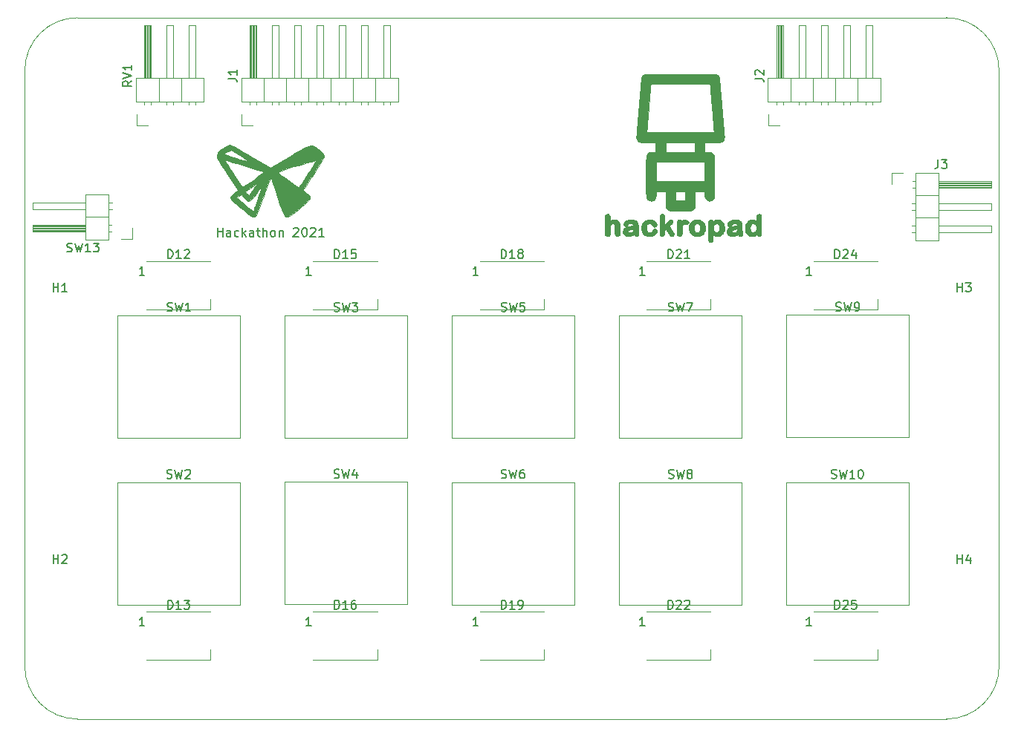
<source format=gbr>
G04 #@! TF.GenerationSoftware,KiCad,Pcbnew,(5.1.8)-1*
G04 #@! TF.CreationDate,2021-06-03T22:44:18-04:00*
G04 #@! TF.ProjectId,inkkeys,696e6b6b-6579-4732-9e6b-696361645f70,rev?*
G04 #@! TF.SameCoordinates,Original*
G04 #@! TF.FileFunction,Legend,Top*
G04 #@! TF.FilePolarity,Positive*
%FSLAX46Y46*%
G04 Gerber Fmt 4.6, Leading zero omitted, Abs format (unit mm)*
G04 Created by KiCad (PCBNEW (5.1.8)-1) date 2021-06-03 22:44:18*
%MOMM*%
%LPD*%
G01*
G04 APERTURE LIST*
%ADD10C,0.152400*%
G04 #@! TA.AperFunction,Profile*
%ADD11C,0.100000*%
G04 #@! TD*
%ADD12C,0.010000*%
%ADD13C,0.120000*%
%ADD14C,0.150000*%
G04 APERTURE END LIST*
D10*
X118952380Y-84959619D02*
X118952380Y-83943619D01*
X118952380Y-84427428D02*
X119532952Y-84427428D01*
X119532952Y-84959619D02*
X119532952Y-83943619D01*
X120452190Y-84959619D02*
X120452190Y-84427428D01*
X120403809Y-84330666D01*
X120307047Y-84282285D01*
X120113523Y-84282285D01*
X120016761Y-84330666D01*
X120452190Y-84911238D02*
X120355428Y-84959619D01*
X120113523Y-84959619D01*
X120016761Y-84911238D01*
X119968380Y-84814476D01*
X119968380Y-84717714D01*
X120016761Y-84620952D01*
X120113523Y-84572571D01*
X120355428Y-84572571D01*
X120452190Y-84524190D01*
X121371428Y-84911238D02*
X121274666Y-84959619D01*
X121081142Y-84959619D01*
X120984380Y-84911238D01*
X120936000Y-84862857D01*
X120887619Y-84766095D01*
X120887619Y-84475809D01*
X120936000Y-84379047D01*
X120984380Y-84330666D01*
X121081142Y-84282285D01*
X121274666Y-84282285D01*
X121371428Y-84330666D01*
X121806857Y-84959619D02*
X121806857Y-83943619D01*
X121903619Y-84572571D02*
X122193904Y-84959619D01*
X122193904Y-84282285D02*
X121806857Y-84669333D01*
X123064761Y-84959619D02*
X123064761Y-84427428D01*
X123016380Y-84330666D01*
X122919619Y-84282285D01*
X122726095Y-84282285D01*
X122629333Y-84330666D01*
X123064761Y-84911238D02*
X122968000Y-84959619D01*
X122726095Y-84959619D01*
X122629333Y-84911238D01*
X122580952Y-84814476D01*
X122580952Y-84717714D01*
X122629333Y-84620952D01*
X122726095Y-84572571D01*
X122968000Y-84572571D01*
X123064761Y-84524190D01*
X123403428Y-84282285D02*
X123790476Y-84282285D01*
X123548571Y-83943619D02*
X123548571Y-84814476D01*
X123596952Y-84911238D01*
X123693714Y-84959619D01*
X123790476Y-84959619D01*
X124129142Y-84959619D02*
X124129142Y-83943619D01*
X124564571Y-84959619D02*
X124564571Y-84427428D01*
X124516190Y-84330666D01*
X124419428Y-84282285D01*
X124274285Y-84282285D01*
X124177523Y-84330666D01*
X124129142Y-84379047D01*
X125193523Y-84959619D02*
X125096761Y-84911238D01*
X125048380Y-84862857D01*
X125000000Y-84766095D01*
X125000000Y-84475809D01*
X125048380Y-84379047D01*
X125096761Y-84330666D01*
X125193523Y-84282285D01*
X125338666Y-84282285D01*
X125435428Y-84330666D01*
X125483809Y-84379047D01*
X125532190Y-84475809D01*
X125532190Y-84766095D01*
X125483809Y-84862857D01*
X125435428Y-84911238D01*
X125338666Y-84959619D01*
X125193523Y-84959619D01*
X125967619Y-84282285D02*
X125967619Y-84959619D01*
X125967619Y-84379047D02*
X126016000Y-84330666D01*
X126112761Y-84282285D01*
X126257904Y-84282285D01*
X126354666Y-84330666D01*
X126403047Y-84427428D01*
X126403047Y-84959619D01*
X127612571Y-84040380D02*
X127660952Y-83992000D01*
X127757714Y-83943619D01*
X127999619Y-83943619D01*
X128096380Y-83992000D01*
X128144761Y-84040380D01*
X128193142Y-84137142D01*
X128193142Y-84233904D01*
X128144761Y-84379047D01*
X127564190Y-84959619D01*
X128193142Y-84959619D01*
X128822095Y-83943619D02*
X128918857Y-83943619D01*
X129015619Y-83992000D01*
X129064000Y-84040380D01*
X129112380Y-84137142D01*
X129160761Y-84330666D01*
X129160761Y-84572571D01*
X129112380Y-84766095D01*
X129064000Y-84862857D01*
X129015619Y-84911238D01*
X128918857Y-84959619D01*
X128822095Y-84959619D01*
X128725333Y-84911238D01*
X128676952Y-84862857D01*
X128628571Y-84766095D01*
X128580190Y-84572571D01*
X128580190Y-84330666D01*
X128628571Y-84137142D01*
X128676952Y-84040380D01*
X128725333Y-83992000D01*
X128822095Y-83943619D01*
X129547809Y-84040380D02*
X129596190Y-83992000D01*
X129692952Y-83943619D01*
X129934857Y-83943619D01*
X130031619Y-83992000D01*
X130080000Y-84040380D01*
X130128380Y-84137142D01*
X130128380Y-84233904D01*
X130080000Y-84379047D01*
X129499428Y-84959619D01*
X130128380Y-84959619D01*
X131096000Y-84959619D02*
X130515428Y-84959619D01*
X130805714Y-84959619D02*
X130805714Y-83943619D01*
X130708952Y-84088761D01*
X130612190Y-84185523D01*
X130515428Y-84233904D01*
D11*
X202000000Y-60000000D02*
G75*
G02*
X208000000Y-66000000I0J-6000000D01*
G01*
X208000000Y-134000000D02*
G75*
G02*
X202000000Y-140000000I-6000000J0D01*
G01*
X103000000Y-140000000D02*
G75*
G02*
X97000000Y-134000000I0J6000000D01*
G01*
X97000000Y-66000000D02*
G75*
G02*
X103000000Y-60000000I6000000J0D01*
G01*
X97000000Y-134000000D02*
X97000000Y-66000000D01*
X202000000Y-140000000D02*
X103000000Y-140000000D01*
X208000000Y-66000000D02*
X208000000Y-134000000D01*
X103000000Y-60000000D02*
X202000000Y-60000000D01*
D12*
G04 #@! TO.C,G\u002A\u002A\u002A*
G36*
X120534687Y-74562783D02*
G01*
X120767212Y-74681970D01*
X121106190Y-74867483D01*
X121532459Y-75108579D01*
X122026852Y-75394515D01*
X122570205Y-75714547D01*
X122772552Y-75835107D01*
X124972042Y-77149547D01*
X127163019Y-75828123D01*
X127807835Y-75439080D01*
X128326129Y-75130021D01*
X128737372Y-74895138D01*
X129061034Y-74728626D01*
X129316586Y-74624676D01*
X129523499Y-74577483D01*
X129701244Y-74581239D01*
X129869291Y-74630138D01*
X130047111Y-74718374D01*
X130254175Y-74840138D01*
X130328064Y-74884211D01*
X130698964Y-75153886D01*
X130951632Y-75443587D01*
X131069120Y-75729655D01*
X131063071Y-75910342D01*
X131003542Y-76035247D01*
X130863264Y-76278763D01*
X130655826Y-76618881D01*
X130394820Y-77033594D01*
X130093836Y-77500894D01*
X129868975Y-77843969D01*
X129552597Y-78326430D01*
X129270048Y-78763346D01*
X129034029Y-79134583D01*
X128857238Y-79420005D01*
X128752376Y-79599477D01*
X128728547Y-79652119D01*
X128794459Y-79740499D01*
X128958503Y-79880420D01*
X129070445Y-79961996D01*
X129337494Y-80176227D01*
X129463653Y-80366585D01*
X129466981Y-80567586D01*
X129436694Y-80661956D01*
X129346406Y-80782279D01*
X129151216Y-80980070D01*
X128877253Y-81233492D01*
X128550644Y-81520708D01*
X128197516Y-81819880D01*
X127843998Y-82109170D01*
X127516217Y-82366743D01*
X127240301Y-82570761D01*
X127042378Y-82699385D01*
X126958332Y-82733334D01*
X126831037Y-82720150D01*
X126717467Y-82669211D01*
X126608806Y-82563435D01*
X126496238Y-82385740D01*
X126370948Y-82119045D01*
X126224120Y-81746268D01*
X126046939Y-81250328D01*
X125830589Y-80614142D01*
X125767732Y-80426340D01*
X125578399Y-79863276D01*
X125403510Y-79350365D01*
X125251059Y-78910483D01*
X125129042Y-78566507D01*
X125045455Y-78341313D01*
X125010865Y-78260800D01*
X124960990Y-78300668D01*
X124863753Y-78499052D01*
X124720595Y-78852316D01*
X124532956Y-79356827D01*
X124302277Y-80008952D01*
X124198659Y-80309209D01*
X123996483Y-80888044D01*
X123804437Y-81418153D01*
X123631207Y-81877077D01*
X123485484Y-82242353D01*
X123375954Y-82491522D01*
X123311924Y-82601576D01*
X123124372Y-82708535D01*
X123000320Y-82733334D01*
X122877661Y-82681360D01*
X122655024Y-82538676D01*
X122360684Y-82325137D01*
X122022916Y-82060598D01*
X121906320Y-81965142D01*
X121422071Y-81562125D01*
X121054555Y-81249904D01*
X120788345Y-81013410D01*
X120608013Y-80837576D01*
X120498132Y-80707333D01*
X120443272Y-80607613D01*
X120428008Y-80523348D01*
X120428000Y-80521273D01*
X120429754Y-80516695D01*
X121090115Y-80516695D01*
X122007891Y-81283294D01*
X122341295Y-81558932D01*
X122628531Y-81791034D01*
X122844778Y-81959950D01*
X122965210Y-82046028D01*
X122980108Y-82052947D01*
X123053040Y-81988531D01*
X123095293Y-81907834D01*
X123167796Y-81715866D01*
X123270886Y-81423386D01*
X123393915Y-81062862D01*
X123526234Y-80666763D01*
X123657195Y-80267556D01*
X123776149Y-79897710D01*
X123872448Y-79589694D01*
X123935443Y-79375975D01*
X123954486Y-79289022D01*
X123954273Y-79288718D01*
X123897673Y-79342225D01*
X123764597Y-79508490D01*
X123575277Y-79761264D01*
X123363037Y-80055809D01*
X123043973Y-80481074D01*
X122782706Y-80760613D01*
X122560156Y-80899574D01*
X122357242Y-80903108D01*
X122154883Y-80776362D01*
X121933999Y-80524487D01*
X121882811Y-80455263D01*
X121649602Y-80133328D01*
X121369859Y-80325012D01*
X121090115Y-80516695D01*
X120429754Y-80516695D01*
X120507913Y-80312722D01*
X120745232Y-80055896D01*
X121060911Y-79807741D01*
X121082896Y-79792064D01*
X122125514Y-79792064D01*
X122303167Y-80041555D01*
X122432650Y-80186433D01*
X122528216Y-80229202D01*
X122540668Y-80221023D01*
X122614059Y-80124448D01*
X122759724Y-79925381D01*
X122951785Y-79659317D01*
X123046277Y-79527438D01*
X123233189Y-79259030D01*
X123365265Y-79055646D01*
X123424635Y-78945589D01*
X123420519Y-78934772D01*
X123321903Y-78993520D01*
X123120181Y-79123757D01*
X122852148Y-79301566D01*
X122737257Y-79378866D01*
X122125514Y-79792064D01*
X121082896Y-79792064D01*
X121304827Y-79633814D01*
X120104413Y-77866271D01*
X119725115Y-77304478D01*
X119432888Y-76862413D01*
X119217060Y-76521528D01*
X119066960Y-76263276D01*
X119057515Y-76243981D01*
X119777130Y-76243981D01*
X119815980Y-76316986D01*
X119935918Y-76510151D01*
X120123742Y-76802980D01*
X120366253Y-77174979D01*
X120650251Y-77605653D01*
X120779696Y-77800563D01*
X121802291Y-79337116D01*
X123003036Y-78516391D01*
X123396305Y-78242801D01*
X123735240Y-77997870D01*
X123997071Y-77798802D01*
X124159027Y-77662801D01*
X124201382Y-77611000D01*
X124196187Y-77608343D01*
X125756946Y-77608343D01*
X125817856Y-77672647D01*
X125992269Y-77812129D01*
X126253035Y-78007674D01*
X126573007Y-78240166D01*
X126925037Y-78490489D01*
X127281977Y-78739529D01*
X127616679Y-78968170D01*
X127901994Y-79157296D01*
X128110775Y-79287792D01*
X128215874Y-79340543D01*
X128217334Y-79340745D01*
X128273853Y-79274349D01*
X128408236Y-79086096D01*
X128606559Y-78796427D01*
X128854898Y-78425784D01*
X129139330Y-77994609D01*
X129258663Y-77811958D01*
X129550316Y-77361468D01*
X129806034Y-76960945D01*
X130012834Y-76631189D01*
X130157730Y-76393001D01*
X130227737Y-76267180D01*
X130231869Y-76252980D01*
X130142477Y-76264468D01*
X129917259Y-76319755D01*
X129581692Y-76411126D01*
X129161258Y-76530863D01*
X128681436Y-76671248D01*
X128167705Y-76824565D01*
X127645544Y-76983097D01*
X127140433Y-77139125D01*
X126677852Y-77284934D01*
X126283280Y-77412805D01*
X125982196Y-77515022D01*
X125800080Y-77583866D01*
X125756946Y-77608343D01*
X124196187Y-77608343D01*
X124123874Y-77571363D01*
X123909292Y-77492056D01*
X123583087Y-77380941D01*
X123170707Y-77245884D01*
X122697604Y-77094747D01*
X122189228Y-76935394D01*
X121671029Y-76775689D01*
X121168457Y-76623496D01*
X120706964Y-76486679D01*
X120311998Y-76373100D01*
X120009011Y-76290624D01*
X119823452Y-76247115D01*
X119777130Y-76243981D01*
X119057515Y-76243981D01*
X118971914Y-76069109D01*
X118921251Y-75920481D01*
X118904298Y-75798844D01*
X118904000Y-75780085D01*
X118958869Y-75516451D01*
X119773984Y-75516451D01*
X119850471Y-75597707D01*
X120049193Y-75691562D01*
X120382153Y-75808087D01*
X120861347Y-75957354D01*
X121083807Y-76024612D01*
X121554104Y-76164636D01*
X121973405Y-76286329D01*
X122312635Y-76381504D01*
X122542720Y-76441970D01*
X122629334Y-76459897D01*
X122605001Y-76422174D01*
X122455870Y-76312840D01*
X122203141Y-76146064D01*
X121868015Y-75936012D01*
X121618935Y-75784721D01*
X120481537Y-75101654D01*
X120157948Y-75247572D01*
X119939723Y-75351455D01*
X119807735Y-75437724D01*
X119773984Y-75516451D01*
X118958869Y-75516451D01*
X118977690Y-75426023D01*
X119094500Y-75251116D01*
X119274055Y-75098664D01*
X119540904Y-74922708D01*
X119844597Y-74750887D01*
X120134686Y-74610839D01*
X120360719Y-74530205D01*
X120427783Y-74520667D01*
X120534687Y-74562783D01*
G37*
X120534687Y-74562783D02*
X120767212Y-74681970D01*
X121106190Y-74867483D01*
X121532459Y-75108579D01*
X122026852Y-75394515D01*
X122570205Y-75714547D01*
X122772552Y-75835107D01*
X124972042Y-77149547D01*
X127163019Y-75828123D01*
X127807835Y-75439080D01*
X128326129Y-75130021D01*
X128737372Y-74895138D01*
X129061034Y-74728626D01*
X129316586Y-74624676D01*
X129523499Y-74577483D01*
X129701244Y-74581239D01*
X129869291Y-74630138D01*
X130047111Y-74718374D01*
X130254175Y-74840138D01*
X130328064Y-74884211D01*
X130698964Y-75153886D01*
X130951632Y-75443587D01*
X131069120Y-75729655D01*
X131063071Y-75910342D01*
X131003542Y-76035247D01*
X130863264Y-76278763D01*
X130655826Y-76618881D01*
X130394820Y-77033594D01*
X130093836Y-77500894D01*
X129868975Y-77843969D01*
X129552597Y-78326430D01*
X129270048Y-78763346D01*
X129034029Y-79134583D01*
X128857238Y-79420005D01*
X128752376Y-79599477D01*
X128728547Y-79652119D01*
X128794459Y-79740499D01*
X128958503Y-79880420D01*
X129070445Y-79961996D01*
X129337494Y-80176227D01*
X129463653Y-80366585D01*
X129466981Y-80567586D01*
X129436694Y-80661956D01*
X129346406Y-80782279D01*
X129151216Y-80980070D01*
X128877253Y-81233492D01*
X128550644Y-81520708D01*
X128197516Y-81819880D01*
X127843998Y-82109170D01*
X127516217Y-82366743D01*
X127240301Y-82570761D01*
X127042378Y-82699385D01*
X126958332Y-82733334D01*
X126831037Y-82720150D01*
X126717467Y-82669211D01*
X126608806Y-82563435D01*
X126496238Y-82385740D01*
X126370948Y-82119045D01*
X126224120Y-81746268D01*
X126046939Y-81250328D01*
X125830589Y-80614142D01*
X125767732Y-80426340D01*
X125578399Y-79863276D01*
X125403510Y-79350365D01*
X125251059Y-78910483D01*
X125129042Y-78566507D01*
X125045455Y-78341313D01*
X125010865Y-78260800D01*
X124960990Y-78300668D01*
X124863753Y-78499052D01*
X124720595Y-78852316D01*
X124532956Y-79356827D01*
X124302277Y-80008952D01*
X124198659Y-80309209D01*
X123996483Y-80888044D01*
X123804437Y-81418153D01*
X123631207Y-81877077D01*
X123485484Y-82242353D01*
X123375954Y-82491522D01*
X123311924Y-82601576D01*
X123124372Y-82708535D01*
X123000320Y-82733334D01*
X122877661Y-82681360D01*
X122655024Y-82538676D01*
X122360684Y-82325137D01*
X122022916Y-82060598D01*
X121906320Y-81965142D01*
X121422071Y-81562125D01*
X121054555Y-81249904D01*
X120788345Y-81013410D01*
X120608013Y-80837576D01*
X120498132Y-80707333D01*
X120443272Y-80607613D01*
X120428008Y-80523348D01*
X120428000Y-80521273D01*
X120429754Y-80516695D01*
X121090115Y-80516695D01*
X122007891Y-81283294D01*
X122341295Y-81558932D01*
X122628531Y-81791034D01*
X122844778Y-81959950D01*
X122965210Y-82046028D01*
X122980108Y-82052947D01*
X123053040Y-81988531D01*
X123095293Y-81907834D01*
X123167796Y-81715866D01*
X123270886Y-81423386D01*
X123393915Y-81062862D01*
X123526234Y-80666763D01*
X123657195Y-80267556D01*
X123776149Y-79897710D01*
X123872448Y-79589694D01*
X123935443Y-79375975D01*
X123954486Y-79289022D01*
X123954273Y-79288718D01*
X123897673Y-79342225D01*
X123764597Y-79508490D01*
X123575277Y-79761264D01*
X123363037Y-80055809D01*
X123043973Y-80481074D01*
X122782706Y-80760613D01*
X122560156Y-80899574D01*
X122357242Y-80903108D01*
X122154883Y-80776362D01*
X121933999Y-80524487D01*
X121882811Y-80455263D01*
X121649602Y-80133328D01*
X121369859Y-80325012D01*
X121090115Y-80516695D01*
X120429754Y-80516695D01*
X120507913Y-80312722D01*
X120745232Y-80055896D01*
X121060911Y-79807741D01*
X121082896Y-79792064D01*
X122125514Y-79792064D01*
X122303167Y-80041555D01*
X122432650Y-80186433D01*
X122528216Y-80229202D01*
X122540668Y-80221023D01*
X122614059Y-80124448D01*
X122759724Y-79925381D01*
X122951785Y-79659317D01*
X123046277Y-79527438D01*
X123233189Y-79259030D01*
X123365265Y-79055646D01*
X123424635Y-78945589D01*
X123420519Y-78934772D01*
X123321903Y-78993520D01*
X123120181Y-79123757D01*
X122852148Y-79301566D01*
X122737257Y-79378866D01*
X122125514Y-79792064D01*
X121082896Y-79792064D01*
X121304827Y-79633814D01*
X120104413Y-77866271D01*
X119725115Y-77304478D01*
X119432888Y-76862413D01*
X119217060Y-76521528D01*
X119066960Y-76263276D01*
X119057515Y-76243981D01*
X119777130Y-76243981D01*
X119815980Y-76316986D01*
X119935918Y-76510151D01*
X120123742Y-76802980D01*
X120366253Y-77174979D01*
X120650251Y-77605653D01*
X120779696Y-77800563D01*
X121802291Y-79337116D01*
X123003036Y-78516391D01*
X123396305Y-78242801D01*
X123735240Y-77997870D01*
X123997071Y-77798802D01*
X124159027Y-77662801D01*
X124201382Y-77611000D01*
X124196187Y-77608343D01*
X125756946Y-77608343D01*
X125817856Y-77672647D01*
X125992269Y-77812129D01*
X126253035Y-78007674D01*
X126573007Y-78240166D01*
X126925037Y-78490489D01*
X127281977Y-78739529D01*
X127616679Y-78968170D01*
X127901994Y-79157296D01*
X128110775Y-79287792D01*
X128215874Y-79340543D01*
X128217334Y-79340745D01*
X128273853Y-79274349D01*
X128408236Y-79086096D01*
X128606559Y-78796427D01*
X128854898Y-78425784D01*
X129139330Y-77994609D01*
X129258663Y-77811958D01*
X129550316Y-77361468D01*
X129806034Y-76960945D01*
X130012834Y-76631189D01*
X130157730Y-76393001D01*
X130227737Y-76267180D01*
X130231869Y-76252980D01*
X130142477Y-76264468D01*
X129917259Y-76319755D01*
X129581692Y-76411126D01*
X129161258Y-76530863D01*
X128681436Y-76671248D01*
X128167705Y-76824565D01*
X127645544Y-76983097D01*
X127140433Y-77139125D01*
X126677852Y-77284934D01*
X126283280Y-77412805D01*
X125982196Y-77515022D01*
X125800080Y-77583866D01*
X125756946Y-77608343D01*
X124196187Y-77608343D01*
X124123874Y-77571363D01*
X123909292Y-77492056D01*
X123583087Y-77380941D01*
X123170707Y-77245884D01*
X122697604Y-77094747D01*
X122189228Y-76935394D01*
X121671029Y-76775689D01*
X121168457Y-76623496D01*
X120706964Y-76486679D01*
X120311998Y-76373100D01*
X120009011Y-76290624D01*
X119823452Y-76247115D01*
X119777130Y-76243981D01*
X119057515Y-76243981D01*
X118971914Y-76069109D01*
X118921251Y-75920481D01*
X118904298Y-75798844D01*
X118904000Y-75780085D01*
X118958869Y-75516451D01*
X119773984Y-75516451D01*
X119850471Y-75597707D01*
X120049193Y-75691562D01*
X120382153Y-75808087D01*
X120861347Y-75957354D01*
X121083807Y-76024612D01*
X121554104Y-76164636D01*
X121973405Y-76286329D01*
X122312635Y-76381504D01*
X122542720Y-76441970D01*
X122629334Y-76459897D01*
X122605001Y-76422174D01*
X122455870Y-76312840D01*
X122203141Y-76146064D01*
X121868015Y-75936012D01*
X121618935Y-75784721D01*
X120481537Y-75101654D01*
X120157948Y-75247572D01*
X119939723Y-75351455D01*
X119807735Y-75437724D01*
X119773984Y-75516451D01*
X118958869Y-75516451D01*
X118977690Y-75426023D01*
X119094500Y-75251116D01*
X119274055Y-75098664D01*
X119540904Y-74922708D01*
X119844597Y-74750887D01*
X120134686Y-74610839D01*
X120360719Y-74530205D01*
X120427783Y-74520667D01*
X120534687Y-74562783D01*
G36*
X172047044Y-66430553D02*
G01*
X172399735Y-66430566D01*
X172728718Y-66430594D01*
X173034838Y-66430642D01*
X173318942Y-66430715D01*
X173581875Y-66430817D01*
X173824484Y-66430954D01*
X174047614Y-66431131D01*
X174252112Y-66431353D01*
X174438822Y-66431625D01*
X174608592Y-66431951D01*
X174762267Y-66432337D01*
X174900692Y-66432787D01*
X175024714Y-66433307D01*
X175135180Y-66433902D01*
X175232933Y-66434576D01*
X175318821Y-66435335D01*
X175393690Y-66436183D01*
X175458385Y-66437126D01*
X175513752Y-66438168D01*
X175560637Y-66439315D01*
X175599886Y-66440571D01*
X175632346Y-66441942D01*
X175658861Y-66443432D01*
X175680278Y-66445046D01*
X175697442Y-66446790D01*
X175711200Y-66448668D01*
X175722398Y-66450685D01*
X175731881Y-66452847D01*
X175738092Y-66454487D01*
X175844755Y-66495194D01*
X175934497Y-66554083D01*
X176007675Y-66631605D01*
X176064646Y-66728212D01*
X176105765Y-66844356D01*
X176126756Y-66946767D01*
X176129178Y-66968305D01*
X176133605Y-67013946D01*
X176139934Y-67082480D01*
X176148061Y-67172696D01*
X176157881Y-67283385D01*
X176169290Y-67413338D01*
X176182183Y-67561343D01*
X176196457Y-67726192D01*
X176212008Y-67906674D01*
X176228730Y-68101581D01*
X176246520Y-68309701D01*
X176265273Y-68529825D01*
X176284886Y-68760743D01*
X176305254Y-69001246D01*
X176326272Y-69250123D01*
X176347837Y-69506165D01*
X176368988Y-69757950D01*
X176391529Y-70026635D01*
X176413888Y-70293137D01*
X176435940Y-70555977D01*
X176457562Y-70813678D01*
X176478629Y-71064762D01*
X176499018Y-71307753D01*
X176518604Y-71541172D01*
X176537264Y-71763542D01*
X176554873Y-71973386D01*
X176571308Y-72169225D01*
X176586445Y-72349583D01*
X176600159Y-72512983D01*
X176612327Y-72657945D01*
X176622824Y-72782994D01*
X176631527Y-72886651D01*
X176638312Y-72967439D01*
X176641647Y-73007139D01*
X176651321Y-73124334D01*
X176660265Y-73236676D01*
X176668249Y-73340968D01*
X176675041Y-73434012D01*
X176680410Y-73512610D01*
X176684126Y-73573564D01*
X176685958Y-73613678D01*
X176686112Y-73623089D01*
X176675668Y-73745541D01*
X176645874Y-73858346D01*
X176598200Y-73958768D01*
X176534112Y-74044066D01*
X176455077Y-74111503D01*
X176410279Y-74137737D01*
X176383319Y-74151241D01*
X176358181Y-74162930D01*
X176332895Y-74172934D01*
X176305492Y-74181385D01*
X176274002Y-74188413D01*
X176236457Y-74194150D01*
X176190886Y-74198727D01*
X176135319Y-74202274D01*
X176067789Y-74204923D01*
X175986324Y-74206805D01*
X175888955Y-74208052D01*
X175773713Y-74208793D01*
X175638629Y-74209161D01*
X175481733Y-74209286D01*
X175335091Y-74209300D01*
X174476500Y-74209300D01*
X174476500Y-75326900D01*
X174769267Y-75326900D01*
X174887961Y-75327649D01*
X174985064Y-75330301D01*
X175064354Y-75335460D01*
X175129607Y-75343732D01*
X175184600Y-75355723D01*
X175233111Y-75372038D01*
X175278915Y-75393281D01*
X175316883Y-75414671D01*
X175402835Y-75480432D01*
X175474493Y-75564714D01*
X175528429Y-75663080D01*
X175546235Y-75711490D01*
X175575050Y-75803150D01*
X175575050Y-78095500D01*
X175575064Y-78383188D01*
X175575084Y-78646604D01*
X175575079Y-78886877D01*
X175575014Y-79105133D01*
X175574857Y-79302502D01*
X175574575Y-79480111D01*
X175574136Y-79639088D01*
X175573507Y-79780561D01*
X175572654Y-79905658D01*
X175571546Y-80015507D01*
X175570148Y-80111237D01*
X175568430Y-80193974D01*
X175566357Y-80264848D01*
X175563896Y-80324986D01*
X175561016Y-80375517D01*
X175557684Y-80417567D01*
X175553865Y-80452266D01*
X175549529Y-80480741D01*
X175544641Y-80504120D01*
X175539170Y-80523532D01*
X175533081Y-80540104D01*
X175526344Y-80554964D01*
X175518924Y-80569241D01*
X175510789Y-80584062D01*
X175502235Y-80599927D01*
X175437288Y-80698390D01*
X175356840Y-80777165D01*
X175262384Y-80835440D01*
X175155415Y-80872403D01*
X175037426Y-80887242D01*
X174975488Y-80886157D01*
X174861386Y-80867072D01*
X174757614Y-80825694D01*
X174666145Y-80763717D01*
X174588950Y-80682834D01*
X174528002Y-80584740D01*
X174485273Y-80471126D01*
X174483246Y-80463522D01*
X174476426Y-80430414D01*
X174471272Y-80388041D01*
X174467610Y-80333020D01*
X174465263Y-80261971D01*
X174464059Y-80171514D01*
X174463800Y-80086731D01*
X174463800Y-79784600D01*
X173346200Y-79784600D01*
X173346200Y-80651881D01*
X173346176Y-80829295D01*
X173346020Y-80983248D01*
X173345601Y-81115681D01*
X173344788Y-81228534D01*
X173343450Y-81323745D01*
X173341459Y-81403256D01*
X173338682Y-81469005D01*
X173334991Y-81522933D01*
X173330254Y-81566979D01*
X173324341Y-81603084D01*
X173317123Y-81633186D01*
X173308468Y-81659226D01*
X173298246Y-81683143D01*
X173286328Y-81706878D01*
X173273747Y-81730229D01*
X173225485Y-81799175D01*
X173160163Y-81864777D01*
X173085772Y-81919501D01*
X173054275Y-81937160D01*
X173031265Y-81948687D01*
X173009401Y-81958864D01*
X172987030Y-81967773D01*
X172962499Y-81975496D01*
X172934153Y-81982116D01*
X172900340Y-81987714D01*
X172859407Y-81992373D01*
X172809701Y-81996175D01*
X172749568Y-81999202D01*
X172677354Y-82001537D01*
X172591407Y-82003262D01*
X172490073Y-82004458D01*
X172371699Y-82005209D01*
X172234632Y-82005596D01*
X172077219Y-82005702D01*
X171897806Y-82005609D01*
X171694739Y-82005399D01*
X171682500Y-82005385D01*
X171513281Y-82005080D01*
X171350282Y-82004561D01*
X171195434Y-82003848D01*
X171050671Y-82002960D01*
X170917926Y-82001915D01*
X170799131Y-82000733D01*
X170696219Y-81999434D01*
X170611123Y-81998035D01*
X170545776Y-81996556D01*
X170502109Y-81995016D01*
X170482709Y-81993556D01*
X170364690Y-81962536D01*
X170262426Y-81911598D01*
X170175967Y-81840786D01*
X170105365Y-81750144D01*
X170050668Y-81639715D01*
X170036695Y-81600700D01*
X170032156Y-81585379D01*
X170028226Y-81567670D01*
X170024850Y-81545657D01*
X170021971Y-81517425D01*
X170019533Y-81481061D01*
X170017479Y-81434650D01*
X170015753Y-81376277D01*
X170014298Y-81304028D01*
X170013057Y-81215989D01*
X170011976Y-81110245D01*
X170010997Y-80984881D01*
X170010063Y-80837984D01*
X170009119Y-80667639D01*
X170009100Y-80664075D01*
X170004512Y-79797300D01*
X168901200Y-79797300D01*
X168901012Y-80086225D01*
X168899553Y-80217587D01*
X168894763Y-80327084D01*
X168885739Y-80418134D01*
X168871578Y-80494155D01*
X168851379Y-80558566D01*
X168824238Y-80614784D01*
X168789254Y-80666229D01*
X168745524Y-80716318D01*
X168730683Y-80731473D01*
X168641763Y-80803846D01*
X168544138Y-80854286D01*
X168440966Y-80883320D01*
X168335405Y-80891475D01*
X168230614Y-80879277D01*
X168129749Y-80847254D01*
X168035969Y-80795932D01*
X167952432Y-80725837D01*
X167882296Y-80637498D01*
X167852390Y-80584963D01*
X167844016Y-80568557D01*
X167836356Y-80553381D01*
X167829376Y-80538293D01*
X167823045Y-80522153D01*
X167817332Y-80503820D01*
X167812204Y-80482154D01*
X167807630Y-80456013D01*
X167803579Y-80424257D01*
X167800018Y-80385745D01*
X167796916Y-80339336D01*
X167794241Y-80283890D01*
X167791962Y-80218266D01*
X167790047Y-80141322D01*
X167788463Y-80051919D01*
X167787180Y-79948915D01*
X167786166Y-79831169D01*
X167785896Y-79784600D01*
X171136400Y-79784600D01*
X171136400Y-80876800D01*
X172228600Y-80876800D01*
X172228600Y-79784600D01*
X171136400Y-79784600D01*
X167785896Y-79784600D01*
X167785389Y-79697542D01*
X167784817Y-79546892D01*
X167784418Y-79378078D01*
X167784162Y-79189959D01*
X167784015Y-78981395D01*
X167783947Y-78751246D01*
X167783926Y-78498369D01*
X167783920Y-78221625D01*
X167783916Y-78120900D01*
X167783974Y-77803850D01*
X167784185Y-77509214D01*
X167784547Y-77237235D01*
X167785058Y-76988155D01*
X167785718Y-76762216D01*
X167786525Y-76559663D01*
X167787070Y-76457200D01*
X168913900Y-76457200D01*
X168913900Y-78654300D01*
X174451100Y-78654300D01*
X174451100Y-76457200D01*
X168913900Y-76457200D01*
X167787070Y-76457200D01*
X167787477Y-76380736D01*
X167788574Y-76225679D01*
X167789814Y-76094735D01*
X167791195Y-75988147D01*
X167792717Y-75906156D01*
X167794377Y-75849006D01*
X167796176Y-75816939D01*
X167796748Y-75812210D01*
X167826897Y-75690731D01*
X167874915Y-75585590D01*
X167940085Y-75497954D01*
X168021692Y-75428991D01*
X168038197Y-75418575D01*
X168079149Y-75394792D01*
X168116532Y-75375956D01*
X168154079Y-75361434D01*
X168195524Y-75350594D01*
X168244600Y-75342804D01*
X168305040Y-75337430D01*
X168380579Y-75333841D01*
X168474949Y-75331405D01*
X168561475Y-75329935D01*
X168888500Y-75325002D01*
X168888500Y-74226132D01*
X168630804Y-74222000D01*
X170018800Y-74222000D01*
X170018800Y-75314200D01*
X173333500Y-75314200D01*
X173333500Y-74222000D01*
X170018800Y-74222000D01*
X168630804Y-74222000D01*
X168364625Y-74217732D01*
X168233678Y-74215784D01*
X168095294Y-74213994D01*
X167955043Y-74212418D01*
X167818495Y-74211108D01*
X167691219Y-74210119D01*
X167578785Y-74209504D01*
X167495330Y-74209316D01*
X167391962Y-74209222D01*
X167310321Y-74208775D01*
X167246735Y-74207715D01*
X167197532Y-74205781D01*
X167159040Y-74202713D01*
X167127585Y-74198250D01*
X167099496Y-74192130D01*
X167071101Y-74184094D01*
X167050830Y-74177747D01*
X166941225Y-74131132D01*
X166850195Y-74067327D01*
X166778209Y-73986951D01*
X166725734Y-73890625D01*
X166693236Y-73778970D01*
X166682422Y-73688600D01*
X166681616Y-73671956D01*
X166681114Y-73653906D01*
X166681001Y-73633329D01*
X166681364Y-73609106D01*
X166682288Y-73580114D01*
X166683860Y-73545233D01*
X166686166Y-73503342D01*
X166689291Y-73453321D01*
X166693322Y-73394048D01*
X166698345Y-73324404D01*
X166704446Y-73243266D01*
X166711711Y-73149515D01*
X166719057Y-73056775D01*
X167847049Y-73056775D01*
X167847100Y-73091700D01*
X171682500Y-73091700D01*
X172052432Y-73091696D01*
X172397807Y-73091682D01*
X172719466Y-73091652D01*
X173018252Y-73091601D01*
X173295008Y-73091525D01*
X173550575Y-73091417D01*
X173785796Y-73091274D01*
X174001513Y-73091089D01*
X174198568Y-73090858D01*
X174377805Y-73090576D01*
X174540064Y-73090237D01*
X174686188Y-73089836D01*
X174817021Y-73089369D01*
X174933403Y-73088830D01*
X175036177Y-73088214D01*
X175126186Y-73087516D01*
X175204272Y-73086731D01*
X175271277Y-73085853D01*
X175328043Y-73084879D01*
X175375414Y-73083801D01*
X175414230Y-73082617D01*
X175445335Y-73081319D01*
X175469570Y-73079904D01*
X175487779Y-73078366D01*
X175500802Y-73076700D01*
X175509484Y-73074901D01*
X175514665Y-73072963D01*
X175517188Y-73070883D01*
X175517896Y-73068654D01*
X175517900Y-73068454D01*
X175516865Y-73053486D01*
X175513839Y-73014625D01*
X175508940Y-72953292D01*
X175502285Y-72870906D01*
X175493991Y-72768886D01*
X175484177Y-72648652D01*
X175472960Y-72511625D01*
X175460458Y-72359224D01*
X175446787Y-72192868D01*
X175432067Y-72013977D01*
X175416413Y-71823972D01*
X175399945Y-71624272D01*
X175382780Y-71416296D01*
X175365034Y-71201464D01*
X175346826Y-70981197D01*
X175328274Y-70756913D01*
X175309495Y-70530033D01*
X175290606Y-70301977D01*
X175271726Y-70074163D01*
X175252971Y-69848012D01*
X175234460Y-69624944D01*
X175216310Y-69406378D01*
X175198639Y-69193734D01*
X175181563Y-68988432D01*
X175165202Y-68791891D01*
X175149672Y-68605532D01*
X175135091Y-68430773D01*
X175121577Y-68269036D01*
X175109247Y-68121739D01*
X175098219Y-67990302D01*
X175088611Y-67876145D01*
X175080539Y-67780688D01*
X175074122Y-67705350D01*
X175069478Y-67651551D01*
X175066723Y-67620712D01*
X175066145Y-67614825D01*
X175058206Y-67541800D01*
X168305856Y-67541800D01*
X168298588Y-67595775D01*
X168296753Y-67614241D01*
X168292971Y-67656462D01*
X168287360Y-67721015D01*
X168280039Y-67806474D01*
X168271125Y-67911415D01*
X168260736Y-68034413D01*
X168248990Y-68174044D01*
X168236004Y-68328882D01*
X168221896Y-68497504D01*
X168206784Y-68678485D01*
X168190787Y-68870400D01*
X168174020Y-69071824D01*
X168156604Y-69281334D01*
X168138654Y-69497504D01*
X168120290Y-69718909D01*
X168101628Y-69944126D01*
X168082787Y-70171729D01*
X168063884Y-70400294D01*
X168045037Y-70628397D01*
X168026365Y-70854612D01*
X168007984Y-71077516D01*
X167990013Y-71295683D01*
X167972569Y-71507688D01*
X167955770Y-71712109D01*
X167939734Y-71907518D01*
X167924579Y-72092493D01*
X167910422Y-72265609D01*
X167897382Y-72425440D01*
X167885576Y-72570563D01*
X167875122Y-72699552D01*
X167866137Y-72810984D01*
X167858740Y-72903432D01*
X167853048Y-72975474D01*
X167849180Y-73025684D01*
X167847252Y-73052638D01*
X167847049Y-73056775D01*
X166719057Y-73056775D01*
X166720226Y-73042029D01*
X166730077Y-72919689D01*
X166741351Y-72781372D01*
X166754133Y-72625958D01*
X166768509Y-72452327D01*
X166784565Y-72259357D01*
X166802388Y-72045928D01*
X166822064Y-71810919D01*
X166843678Y-71553210D01*
X166867317Y-71271679D01*
X166875522Y-71174000D01*
X166894351Y-70949747D01*
X166914027Y-70715140D01*
X166934279Y-70473430D01*
X166954835Y-70227870D01*
X166975424Y-69981710D01*
X166995774Y-69738203D01*
X167015614Y-69500600D01*
X167034671Y-69272153D01*
X167052674Y-69056114D01*
X167069351Y-68855734D01*
X167084432Y-68674266D01*
X167097251Y-68519700D01*
X167117034Y-68281105D01*
X167134880Y-68066488D01*
X167150914Y-67874510D01*
X167165262Y-67703833D01*
X167178047Y-67553118D01*
X167189395Y-67421028D01*
X167199430Y-67306222D01*
X167208278Y-67207364D01*
X167216064Y-67123114D01*
X167222912Y-67052134D01*
X167228947Y-66993085D01*
X167234295Y-66944630D01*
X167239080Y-66905429D01*
X167243426Y-66874144D01*
X167247460Y-66849437D01*
X167251306Y-66829969D01*
X167255088Y-66814402D01*
X167257032Y-66807537D01*
X167297530Y-66713533D01*
X167359117Y-66626719D01*
X167437674Y-66551180D01*
X167529082Y-66490998D01*
X167612150Y-66455509D01*
X167619693Y-66453145D01*
X167627974Y-66450936D01*
X167637836Y-66448875D01*
X167650125Y-66446959D01*
X167665683Y-66445180D01*
X167685356Y-66443535D01*
X167709987Y-66442019D01*
X167740420Y-66440625D01*
X167777500Y-66439349D01*
X167822071Y-66438185D01*
X167874977Y-66437129D01*
X167937063Y-66436175D01*
X168009171Y-66435317D01*
X168092147Y-66434552D01*
X168186835Y-66433873D01*
X168294079Y-66433276D01*
X168414723Y-66432755D01*
X168549611Y-66432304D01*
X168699587Y-66431920D01*
X168865496Y-66431596D01*
X169048182Y-66431328D01*
X169248489Y-66431110D01*
X169467260Y-66430936D01*
X169705341Y-66430803D01*
X169963576Y-66430705D01*
X170242808Y-66430635D01*
X170543882Y-66430591D01*
X170867641Y-66430565D01*
X171214931Y-66430553D01*
X171586595Y-66430550D01*
X171669800Y-66430550D01*
X172047044Y-66430553D01*
G37*
X172047044Y-66430553D02*
X172399735Y-66430566D01*
X172728718Y-66430594D01*
X173034838Y-66430642D01*
X173318942Y-66430715D01*
X173581875Y-66430817D01*
X173824484Y-66430954D01*
X174047614Y-66431131D01*
X174252112Y-66431353D01*
X174438822Y-66431625D01*
X174608592Y-66431951D01*
X174762267Y-66432337D01*
X174900692Y-66432787D01*
X175024714Y-66433307D01*
X175135180Y-66433902D01*
X175232933Y-66434576D01*
X175318821Y-66435335D01*
X175393690Y-66436183D01*
X175458385Y-66437126D01*
X175513752Y-66438168D01*
X175560637Y-66439315D01*
X175599886Y-66440571D01*
X175632346Y-66441942D01*
X175658861Y-66443432D01*
X175680278Y-66445046D01*
X175697442Y-66446790D01*
X175711200Y-66448668D01*
X175722398Y-66450685D01*
X175731881Y-66452847D01*
X175738092Y-66454487D01*
X175844755Y-66495194D01*
X175934497Y-66554083D01*
X176007675Y-66631605D01*
X176064646Y-66728212D01*
X176105765Y-66844356D01*
X176126756Y-66946767D01*
X176129178Y-66968305D01*
X176133605Y-67013946D01*
X176139934Y-67082480D01*
X176148061Y-67172696D01*
X176157881Y-67283385D01*
X176169290Y-67413338D01*
X176182183Y-67561343D01*
X176196457Y-67726192D01*
X176212008Y-67906674D01*
X176228730Y-68101581D01*
X176246520Y-68309701D01*
X176265273Y-68529825D01*
X176284886Y-68760743D01*
X176305254Y-69001246D01*
X176326272Y-69250123D01*
X176347837Y-69506165D01*
X176368988Y-69757950D01*
X176391529Y-70026635D01*
X176413888Y-70293137D01*
X176435940Y-70555977D01*
X176457562Y-70813678D01*
X176478629Y-71064762D01*
X176499018Y-71307753D01*
X176518604Y-71541172D01*
X176537264Y-71763542D01*
X176554873Y-71973386D01*
X176571308Y-72169225D01*
X176586445Y-72349583D01*
X176600159Y-72512983D01*
X176612327Y-72657945D01*
X176622824Y-72782994D01*
X176631527Y-72886651D01*
X176638312Y-72967439D01*
X176641647Y-73007139D01*
X176651321Y-73124334D01*
X176660265Y-73236676D01*
X176668249Y-73340968D01*
X176675041Y-73434012D01*
X176680410Y-73512610D01*
X176684126Y-73573564D01*
X176685958Y-73613678D01*
X176686112Y-73623089D01*
X176675668Y-73745541D01*
X176645874Y-73858346D01*
X176598200Y-73958768D01*
X176534112Y-74044066D01*
X176455077Y-74111503D01*
X176410279Y-74137737D01*
X176383319Y-74151241D01*
X176358181Y-74162930D01*
X176332895Y-74172934D01*
X176305492Y-74181385D01*
X176274002Y-74188413D01*
X176236457Y-74194150D01*
X176190886Y-74198727D01*
X176135319Y-74202274D01*
X176067789Y-74204923D01*
X175986324Y-74206805D01*
X175888955Y-74208052D01*
X175773713Y-74208793D01*
X175638629Y-74209161D01*
X175481733Y-74209286D01*
X175335091Y-74209300D01*
X174476500Y-74209300D01*
X174476500Y-75326900D01*
X174769267Y-75326900D01*
X174887961Y-75327649D01*
X174985064Y-75330301D01*
X175064354Y-75335460D01*
X175129607Y-75343732D01*
X175184600Y-75355723D01*
X175233111Y-75372038D01*
X175278915Y-75393281D01*
X175316883Y-75414671D01*
X175402835Y-75480432D01*
X175474493Y-75564714D01*
X175528429Y-75663080D01*
X175546235Y-75711490D01*
X175575050Y-75803150D01*
X175575050Y-78095500D01*
X175575064Y-78383188D01*
X175575084Y-78646604D01*
X175575079Y-78886877D01*
X175575014Y-79105133D01*
X175574857Y-79302502D01*
X175574575Y-79480111D01*
X175574136Y-79639088D01*
X175573507Y-79780561D01*
X175572654Y-79905658D01*
X175571546Y-80015507D01*
X175570148Y-80111237D01*
X175568430Y-80193974D01*
X175566357Y-80264848D01*
X175563896Y-80324986D01*
X175561016Y-80375517D01*
X175557684Y-80417567D01*
X175553865Y-80452266D01*
X175549529Y-80480741D01*
X175544641Y-80504120D01*
X175539170Y-80523532D01*
X175533081Y-80540104D01*
X175526344Y-80554964D01*
X175518924Y-80569241D01*
X175510789Y-80584062D01*
X175502235Y-80599927D01*
X175437288Y-80698390D01*
X175356840Y-80777165D01*
X175262384Y-80835440D01*
X175155415Y-80872403D01*
X175037426Y-80887242D01*
X174975488Y-80886157D01*
X174861386Y-80867072D01*
X174757614Y-80825694D01*
X174666145Y-80763717D01*
X174588950Y-80682834D01*
X174528002Y-80584740D01*
X174485273Y-80471126D01*
X174483246Y-80463522D01*
X174476426Y-80430414D01*
X174471272Y-80388041D01*
X174467610Y-80333020D01*
X174465263Y-80261971D01*
X174464059Y-80171514D01*
X174463800Y-80086731D01*
X174463800Y-79784600D01*
X173346200Y-79784600D01*
X173346200Y-80651881D01*
X173346176Y-80829295D01*
X173346020Y-80983248D01*
X173345601Y-81115681D01*
X173344788Y-81228534D01*
X173343450Y-81323745D01*
X173341459Y-81403256D01*
X173338682Y-81469005D01*
X173334991Y-81522933D01*
X173330254Y-81566979D01*
X173324341Y-81603084D01*
X173317123Y-81633186D01*
X173308468Y-81659226D01*
X173298246Y-81683143D01*
X173286328Y-81706878D01*
X173273747Y-81730229D01*
X173225485Y-81799175D01*
X173160163Y-81864777D01*
X173085772Y-81919501D01*
X173054275Y-81937160D01*
X173031265Y-81948687D01*
X173009401Y-81958864D01*
X172987030Y-81967773D01*
X172962499Y-81975496D01*
X172934153Y-81982116D01*
X172900340Y-81987714D01*
X172859407Y-81992373D01*
X172809701Y-81996175D01*
X172749568Y-81999202D01*
X172677354Y-82001537D01*
X172591407Y-82003262D01*
X172490073Y-82004458D01*
X172371699Y-82005209D01*
X172234632Y-82005596D01*
X172077219Y-82005702D01*
X171897806Y-82005609D01*
X171694739Y-82005399D01*
X171682500Y-82005385D01*
X171513281Y-82005080D01*
X171350282Y-82004561D01*
X171195434Y-82003848D01*
X171050671Y-82002960D01*
X170917926Y-82001915D01*
X170799131Y-82000733D01*
X170696219Y-81999434D01*
X170611123Y-81998035D01*
X170545776Y-81996556D01*
X170502109Y-81995016D01*
X170482709Y-81993556D01*
X170364690Y-81962536D01*
X170262426Y-81911598D01*
X170175967Y-81840786D01*
X170105365Y-81750144D01*
X170050668Y-81639715D01*
X170036695Y-81600700D01*
X170032156Y-81585379D01*
X170028226Y-81567670D01*
X170024850Y-81545657D01*
X170021971Y-81517425D01*
X170019533Y-81481061D01*
X170017479Y-81434650D01*
X170015753Y-81376277D01*
X170014298Y-81304028D01*
X170013057Y-81215989D01*
X170011976Y-81110245D01*
X170010997Y-80984881D01*
X170010063Y-80837984D01*
X170009119Y-80667639D01*
X170009100Y-80664075D01*
X170004512Y-79797300D01*
X168901200Y-79797300D01*
X168901012Y-80086225D01*
X168899553Y-80217587D01*
X168894763Y-80327084D01*
X168885739Y-80418134D01*
X168871578Y-80494155D01*
X168851379Y-80558566D01*
X168824238Y-80614784D01*
X168789254Y-80666229D01*
X168745524Y-80716318D01*
X168730683Y-80731473D01*
X168641763Y-80803846D01*
X168544138Y-80854286D01*
X168440966Y-80883320D01*
X168335405Y-80891475D01*
X168230614Y-80879277D01*
X168129749Y-80847254D01*
X168035969Y-80795932D01*
X167952432Y-80725837D01*
X167882296Y-80637498D01*
X167852390Y-80584963D01*
X167844016Y-80568557D01*
X167836356Y-80553381D01*
X167829376Y-80538293D01*
X167823045Y-80522153D01*
X167817332Y-80503820D01*
X167812204Y-80482154D01*
X167807630Y-80456013D01*
X167803579Y-80424257D01*
X167800018Y-80385745D01*
X167796916Y-80339336D01*
X167794241Y-80283890D01*
X167791962Y-80218266D01*
X167790047Y-80141322D01*
X167788463Y-80051919D01*
X167787180Y-79948915D01*
X167786166Y-79831169D01*
X167785896Y-79784600D01*
X171136400Y-79784600D01*
X171136400Y-80876800D01*
X172228600Y-80876800D01*
X172228600Y-79784600D01*
X171136400Y-79784600D01*
X167785896Y-79784600D01*
X167785389Y-79697542D01*
X167784817Y-79546892D01*
X167784418Y-79378078D01*
X167784162Y-79189959D01*
X167784015Y-78981395D01*
X167783947Y-78751246D01*
X167783926Y-78498369D01*
X167783920Y-78221625D01*
X167783916Y-78120900D01*
X167783974Y-77803850D01*
X167784185Y-77509214D01*
X167784547Y-77237235D01*
X167785058Y-76988155D01*
X167785718Y-76762216D01*
X167786525Y-76559663D01*
X167787070Y-76457200D01*
X168913900Y-76457200D01*
X168913900Y-78654300D01*
X174451100Y-78654300D01*
X174451100Y-76457200D01*
X168913900Y-76457200D01*
X167787070Y-76457200D01*
X167787477Y-76380736D01*
X167788574Y-76225679D01*
X167789814Y-76094735D01*
X167791195Y-75988147D01*
X167792717Y-75906156D01*
X167794377Y-75849006D01*
X167796176Y-75816939D01*
X167796748Y-75812210D01*
X167826897Y-75690731D01*
X167874915Y-75585590D01*
X167940085Y-75497954D01*
X168021692Y-75428991D01*
X168038197Y-75418575D01*
X168079149Y-75394792D01*
X168116532Y-75375956D01*
X168154079Y-75361434D01*
X168195524Y-75350594D01*
X168244600Y-75342804D01*
X168305040Y-75337430D01*
X168380579Y-75333841D01*
X168474949Y-75331405D01*
X168561475Y-75329935D01*
X168888500Y-75325002D01*
X168888500Y-74226132D01*
X168630804Y-74222000D01*
X170018800Y-74222000D01*
X170018800Y-75314200D01*
X173333500Y-75314200D01*
X173333500Y-74222000D01*
X170018800Y-74222000D01*
X168630804Y-74222000D01*
X168364625Y-74217732D01*
X168233678Y-74215784D01*
X168095294Y-74213994D01*
X167955043Y-74212418D01*
X167818495Y-74211108D01*
X167691219Y-74210119D01*
X167578785Y-74209504D01*
X167495330Y-74209316D01*
X167391962Y-74209222D01*
X167310321Y-74208775D01*
X167246735Y-74207715D01*
X167197532Y-74205781D01*
X167159040Y-74202713D01*
X167127585Y-74198250D01*
X167099496Y-74192130D01*
X167071101Y-74184094D01*
X167050830Y-74177747D01*
X166941225Y-74131132D01*
X166850195Y-74067327D01*
X166778209Y-73986951D01*
X166725734Y-73890625D01*
X166693236Y-73778970D01*
X166682422Y-73688600D01*
X166681616Y-73671956D01*
X166681114Y-73653906D01*
X166681001Y-73633329D01*
X166681364Y-73609106D01*
X166682288Y-73580114D01*
X166683860Y-73545233D01*
X166686166Y-73503342D01*
X166689291Y-73453321D01*
X166693322Y-73394048D01*
X166698345Y-73324404D01*
X166704446Y-73243266D01*
X166711711Y-73149515D01*
X166719057Y-73056775D01*
X167847049Y-73056775D01*
X167847100Y-73091700D01*
X171682500Y-73091700D01*
X172052432Y-73091696D01*
X172397807Y-73091682D01*
X172719466Y-73091652D01*
X173018252Y-73091601D01*
X173295008Y-73091525D01*
X173550575Y-73091417D01*
X173785796Y-73091274D01*
X174001513Y-73091089D01*
X174198568Y-73090858D01*
X174377805Y-73090576D01*
X174540064Y-73090237D01*
X174686188Y-73089836D01*
X174817021Y-73089369D01*
X174933403Y-73088830D01*
X175036177Y-73088214D01*
X175126186Y-73087516D01*
X175204272Y-73086731D01*
X175271277Y-73085853D01*
X175328043Y-73084879D01*
X175375414Y-73083801D01*
X175414230Y-73082617D01*
X175445335Y-73081319D01*
X175469570Y-73079904D01*
X175487779Y-73078366D01*
X175500802Y-73076700D01*
X175509484Y-73074901D01*
X175514665Y-73072963D01*
X175517188Y-73070883D01*
X175517896Y-73068654D01*
X175517900Y-73068454D01*
X175516865Y-73053486D01*
X175513839Y-73014625D01*
X175508940Y-72953292D01*
X175502285Y-72870906D01*
X175493991Y-72768886D01*
X175484177Y-72648652D01*
X175472960Y-72511625D01*
X175460458Y-72359224D01*
X175446787Y-72192868D01*
X175432067Y-72013977D01*
X175416413Y-71823972D01*
X175399945Y-71624272D01*
X175382780Y-71416296D01*
X175365034Y-71201464D01*
X175346826Y-70981197D01*
X175328274Y-70756913D01*
X175309495Y-70530033D01*
X175290606Y-70301977D01*
X175271726Y-70074163D01*
X175252971Y-69848012D01*
X175234460Y-69624944D01*
X175216310Y-69406378D01*
X175198639Y-69193734D01*
X175181563Y-68988432D01*
X175165202Y-68791891D01*
X175149672Y-68605532D01*
X175135091Y-68430773D01*
X175121577Y-68269036D01*
X175109247Y-68121739D01*
X175098219Y-67990302D01*
X175088611Y-67876145D01*
X175080539Y-67780688D01*
X175074122Y-67705350D01*
X175069478Y-67651551D01*
X175066723Y-67620712D01*
X175066145Y-67614825D01*
X175058206Y-67541800D01*
X168305856Y-67541800D01*
X168298588Y-67595775D01*
X168296753Y-67614241D01*
X168292971Y-67656462D01*
X168287360Y-67721015D01*
X168280039Y-67806474D01*
X168271125Y-67911415D01*
X168260736Y-68034413D01*
X168248990Y-68174044D01*
X168236004Y-68328882D01*
X168221896Y-68497504D01*
X168206784Y-68678485D01*
X168190787Y-68870400D01*
X168174020Y-69071824D01*
X168156604Y-69281334D01*
X168138654Y-69497504D01*
X168120290Y-69718909D01*
X168101628Y-69944126D01*
X168082787Y-70171729D01*
X168063884Y-70400294D01*
X168045037Y-70628397D01*
X168026365Y-70854612D01*
X168007984Y-71077516D01*
X167990013Y-71295683D01*
X167972569Y-71507688D01*
X167955770Y-71712109D01*
X167939734Y-71907518D01*
X167924579Y-72092493D01*
X167910422Y-72265609D01*
X167897382Y-72425440D01*
X167885576Y-72570563D01*
X167875122Y-72699552D01*
X167866137Y-72810984D01*
X167858740Y-72903432D01*
X167853048Y-72975474D01*
X167849180Y-73025684D01*
X167847252Y-73052638D01*
X167847049Y-73056775D01*
X166719057Y-73056775D01*
X166720226Y-73042029D01*
X166730077Y-72919689D01*
X166741351Y-72781372D01*
X166754133Y-72625958D01*
X166768509Y-72452327D01*
X166784565Y-72259357D01*
X166802388Y-72045928D01*
X166822064Y-71810919D01*
X166843678Y-71553210D01*
X166867317Y-71271679D01*
X166875522Y-71174000D01*
X166894351Y-70949747D01*
X166914027Y-70715140D01*
X166934279Y-70473430D01*
X166954835Y-70227870D01*
X166975424Y-69981710D01*
X166995774Y-69738203D01*
X167015614Y-69500600D01*
X167034671Y-69272153D01*
X167052674Y-69056114D01*
X167069351Y-68855734D01*
X167084432Y-68674266D01*
X167097251Y-68519700D01*
X167117034Y-68281105D01*
X167134880Y-68066488D01*
X167150914Y-67874510D01*
X167165262Y-67703833D01*
X167178047Y-67553118D01*
X167189395Y-67421028D01*
X167199430Y-67306222D01*
X167208278Y-67207364D01*
X167216064Y-67123114D01*
X167222912Y-67052134D01*
X167228947Y-66993085D01*
X167234295Y-66944630D01*
X167239080Y-66905429D01*
X167243426Y-66874144D01*
X167247460Y-66849437D01*
X167251306Y-66829969D01*
X167255088Y-66814402D01*
X167257032Y-66807537D01*
X167297530Y-66713533D01*
X167359117Y-66626719D01*
X167437674Y-66551180D01*
X167529082Y-66490998D01*
X167612150Y-66455509D01*
X167619693Y-66453145D01*
X167627974Y-66450936D01*
X167637836Y-66448875D01*
X167650125Y-66446959D01*
X167665683Y-66445180D01*
X167685356Y-66443535D01*
X167709987Y-66442019D01*
X167740420Y-66440625D01*
X167777500Y-66439349D01*
X167822071Y-66438185D01*
X167874977Y-66437129D01*
X167937063Y-66436175D01*
X168009171Y-66435317D01*
X168092147Y-66434552D01*
X168186835Y-66433873D01*
X168294079Y-66433276D01*
X168414723Y-66432755D01*
X168549611Y-66432304D01*
X168699587Y-66431920D01*
X168865496Y-66431596D01*
X169048182Y-66431328D01*
X169248489Y-66431110D01*
X169467260Y-66430936D01*
X169705341Y-66430803D01*
X169963576Y-66430705D01*
X170242808Y-66430635D01*
X170543882Y-66430591D01*
X170867641Y-66430565D01*
X171214931Y-66430553D01*
X171586595Y-66430550D01*
X171669800Y-66430550D01*
X172047044Y-66430553D01*
G36*
X180713263Y-82384571D02*
G01*
X180777116Y-82412658D01*
X180831621Y-82459268D01*
X180867328Y-82513342D01*
X180896350Y-82572250D01*
X180903124Y-84715338D01*
X180872268Y-84782738D01*
X180828070Y-84851569D01*
X180769114Y-84901422D01*
X180699075Y-84930576D01*
X180621628Y-84937311D01*
X180563372Y-84927322D01*
X180504807Y-84900221D01*
X180450581Y-84856392D01*
X180408885Y-84803327D01*
X180394120Y-84772530D01*
X180378266Y-84728686D01*
X180284751Y-84795779D01*
X180164611Y-84867674D01*
X180039399Y-84914730D01*
X179909495Y-84936868D01*
X179775279Y-84934006D01*
X179696200Y-84920987D01*
X179569691Y-84881293D01*
X179454989Y-84820209D01*
X179353057Y-84739314D01*
X179264859Y-84640190D01*
X179191361Y-84524414D01*
X179133528Y-84393568D01*
X179092322Y-84249232D01*
X179068710Y-84092984D01*
X179064465Y-83953045D01*
X179624726Y-83953045D01*
X179628031Y-84060809D01*
X179646783Y-84168697D01*
X179670296Y-84244341D01*
X179714335Y-84329398D01*
X179774285Y-84395891D01*
X179847332Y-84442424D01*
X179930664Y-84467596D01*
X180021467Y-84470008D01*
X180094776Y-84455455D01*
X180142580Y-84432204D01*
X180196052Y-84390603D01*
X180212616Y-84374842D01*
X180265955Y-84308067D01*
X180304510Y-84227198D01*
X180329440Y-84129175D01*
X180340231Y-84038030D01*
X180340344Y-83920544D01*
X180324035Y-83812958D01*
X180292922Y-83717157D01*
X180248627Y-83635028D01*
X180192767Y-83568456D01*
X180126963Y-83519328D01*
X180052834Y-83489531D01*
X179971999Y-83480949D01*
X179886079Y-83495469D01*
X179876872Y-83498395D01*
X179807152Y-83534414D01*
X179747262Y-83590843D01*
X179698138Y-83664302D01*
X179660716Y-83751410D01*
X179635934Y-83848784D01*
X179624726Y-83953045D01*
X179064465Y-83953045D01*
X179063656Y-83926406D01*
X179065186Y-83887443D01*
X179081255Y-83729617D01*
X179112702Y-83590170D01*
X179160533Y-83466540D01*
X179225754Y-83356164D01*
X179309370Y-83256480D01*
X179314938Y-83250838D01*
X179411830Y-83166323D01*
X179513499Y-83104158D01*
X179623806Y-83062795D01*
X179746611Y-83040682D01*
X179850643Y-83035800D01*
X179965780Y-83040495D01*
X180064105Y-83055927D01*
X180152660Y-83084113D01*
X180238488Y-83127069D01*
X180294926Y-83163029D01*
X180367721Y-83212718D01*
X180371685Y-82892484D01*
X180373026Y-82793356D01*
X180374489Y-82716196D01*
X180376369Y-82657572D01*
X180378961Y-82614051D01*
X180382560Y-82582203D01*
X180387460Y-82558594D01*
X180393955Y-82539794D01*
X180402340Y-82522371D01*
X180403668Y-82519872D01*
X180450024Y-82456248D01*
X180508444Y-82410846D01*
X180574645Y-82383726D01*
X180644346Y-82374947D01*
X180713263Y-82384571D01*
G37*
X180713263Y-82384571D02*
X180777116Y-82412658D01*
X180831621Y-82459268D01*
X180867328Y-82513342D01*
X180896350Y-82572250D01*
X180903124Y-84715338D01*
X180872268Y-84782738D01*
X180828070Y-84851569D01*
X180769114Y-84901422D01*
X180699075Y-84930576D01*
X180621628Y-84937311D01*
X180563372Y-84927322D01*
X180504807Y-84900221D01*
X180450581Y-84856392D01*
X180408885Y-84803327D01*
X180394120Y-84772530D01*
X180378266Y-84728686D01*
X180284751Y-84795779D01*
X180164611Y-84867674D01*
X180039399Y-84914730D01*
X179909495Y-84936868D01*
X179775279Y-84934006D01*
X179696200Y-84920987D01*
X179569691Y-84881293D01*
X179454989Y-84820209D01*
X179353057Y-84739314D01*
X179264859Y-84640190D01*
X179191361Y-84524414D01*
X179133528Y-84393568D01*
X179092322Y-84249232D01*
X179068710Y-84092984D01*
X179064465Y-83953045D01*
X179624726Y-83953045D01*
X179628031Y-84060809D01*
X179646783Y-84168697D01*
X179670296Y-84244341D01*
X179714335Y-84329398D01*
X179774285Y-84395891D01*
X179847332Y-84442424D01*
X179930664Y-84467596D01*
X180021467Y-84470008D01*
X180094776Y-84455455D01*
X180142580Y-84432204D01*
X180196052Y-84390603D01*
X180212616Y-84374842D01*
X180265955Y-84308067D01*
X180304510Y-84227198D01*
X180329440Y-84129175D01*
X180340231Y-84038030D01*
X180340344Y-83920544D01*
X180324035Y-83812958D01*
X180292922Y-83717157D01*
X180248627Y-83635028D01*
X180192767Y-83568456D01*
X180126963Y-83519328D01*
X180052834Y-83489531D01*
X179971999Y-83480949D01*
X179886079Y-83495469D01*
X179876872Y-83498395D01*
X179807152Y-83534414D01*
X179747262Y-83590843D01*
X179698138Y-83664302D01*
X179660716Y-83751410D01*
X179635934Y-83848784D01*
X179624726Y-83953045D01*
X179064465Y-83953045D01*
X179063656Y-83926406D01*
X179065186Y-83887443D01*
X179081255Y-83729617D01*
X179112702Y-83590170D01*
X179160533Y-83466540D01*
X179225754Y-83356164D01*
X179309370Y-83256480D01*
X179314938Y-83250838D01*
X179411830Y-83166323D01*
X179513499Y-83104158D01*
X179623806Y-83062795D01*
X179746611Y-83040682D01*
X179850643Y-83035800D01*
X179965780Y-83040495D01*
X180064105Y-83055927D01*
X180152660Y-83084113D01*
X180238488Y-83127069D01*
X180294926Y-83163029D01*
X180367721Y-83212718D01*
X180371685Y-82892484D01*
X180373026Y-82793356D01*
X180374489Y-82716196D01*
X180376369Y-82657572D01*
X180378961Y-82614051D01*
X180382560Y-82582203D01*
X180387460Y-82558594D01*
X180393955Y-82539794D01*
X180402340Y-82522371D01*
X180403668Y-82519872D01*
X180450024Y-82456248D01*
X180508444Y-82410846D01*
X180574645Y-82383726D01*
X180644346Y-82374947D01*
X180713263Y-82384571D01*
G36*
X178052305Y-83035055D02*
G01*
X178190001Y-83050431D01*
X178307633Y-83077154D01*
X178406946Y-83116145D01*
X178489686Y-83168324D01*
X178557597Y-83234612D01*
X178612424Y-83315928D01*
X178655913Y-83413194D01*
X178664181Y-83436971D01*
X178673070Y-83464399D01*
X178680290Y-83489721D01*
X178686077Y-83515996D01*
X178690667Y-83546285D01*
X178694297Y-83583649D01*
X178697204Y-83631148D01*
X178699623Y-83691842D01*
X178701791Y-83768792D01*
X178703945Y-83865058D01*
X178706287Y-83981950D01*
X178708666Y-84100422D01*
X178710839Y-84196604D01*
X178713041Y-84273602D01*
X178715510Y-84334521D01*
X178718484Y-84382468D01*
X178722198Y-84420548D01*
X178726890Y-84451868D01*
X178732797Y-84479533D01*
X178740156Y-84506649D01*
X178748402Y-84533747D01*
X178772069Y-84624678D01*
X178780089Y-84699159D01*
X178771831Y-84761226D01*
X178746667Y-84814913D01*
X178703968Y-84864254D01*
X178695689Y-84871818D01*
X178650247Y-84900852D01*
X178591967Y-84922882D01*
X178531836Y-84934699D01*
X178483762Y-84933689D01*
X178423509Y-84911561D01*
X178360659Y-84869144D01*
X178300677Y-84810239D01*
X178292990Y-84801100D01*
X178265722Y-84768186D01*
X178244351Y-84742882D01*
X178235761Y-84733129D01*
X178221035Y-84734365D01*
X178190546Y-84746953D01*
X178149851Y-84768440D01*
X178132169Y-84778850D01*
X178027942Y-84837612D01*
X177933542Y-84880214D01*
X177841458Y-84909058D01*
X177744178Y-84926546D01*
X177645150Y-84934599D01*
X177534144Y-84934750D01*
X177445221Y-84923832D01*
X177439101Y-84922486D01*
X177351289Y-84894436D01*
X177263035Y-84852206D01*
X177183160Y-84800665D01*
X177124148Y-84748663D01*
X177087255Y-84702867D01*
X177050205Y-84646736D01*
X177025199Y-84600736D01*
X177006763Y-84559869D01*
X176994966Y-84525883D01*
X176988342Y-84490826D01*
X176985426Y-84446749D01*
X176984751Y-84385702D01*
X176984750Y-84381385D01*
X176984991Y-84348709D01*
X177539720Y-84348709D01*
X177551593Y-84405587D01*
X177583407Y-84457495D01*
X177629965Y-84496858D01*
X177675030Y-84513463D01*
X177736176Y-84521179D01*
X177805630Y-84519852D01*
X177875621Y-84509325D01*
X177902634Y-84502324D01*
X177981079Y-84468052D01*
X178048588Y-84417146D01*
X178098856Y-84354584D01*
X178105953Y-84341761D01*
X178120441Y-84305039D01*
X178132418Y-84259006D01*
X178141308Y-84209195D01*
X178146539Y-84161138D01*
X178147537Y-84120369D01*
X178143728Y-84092420D01*
X178134537Y-84082824D01*
X178132760Y-84083271D01*
X178115052Y-84088139D01*
X178076942Y-84097490D01*
X178022819Y-84110283D01*
X177957073Y-84125478D01*
X177896415Y-84139262D01*
X177792099Y-84164231D01*
X177710259Y-84187414D01*
X177648154Y-84210027D01*
X177603037Y-84233287D01*
X177572164Y-84258408D01*
X177552792Y-84286606D01*
X177550069Y-84292690D01*
X177539720Y-84348709D01*
X176984991Y-84348709D01*
X176985201Y-84320279D01*
X176987678Y-84276476D01*
X176993859Y-84241882D01*
X177005426Y-84208402D01*
X177024060Y-84167943D01*
X177032739Y-84150276D01*
X177077361Y-84073032D01*
X177128107Y-84012412D01*
X177147039Y-83994786D01*
X177194402Y-83956248D01*
X177243149Y-83924120D01*
X177297524Y-83896699D01*
X177361770Y-83872285D01*
X177440132Y-83849174D01*
X177536852Y-83825666D01*
X177607050Y-83810326D01*
X177742600Y-83781189D01*
X177860212Y-83755133D01*
X177958594Y-83732468D01*
X178036458Y-83713501D01*
X178092514Y-83698541D01*
X178125474Y-83687896D01*
X178132306Y-83684673D01*
X178142583Y-83664726D01*
X178142080Y-83629857D01*
X178132130Y-83587469D01*
X178114067Y-83544964D01*
X178104172Y-83528547D01*
X178073011Y-83496039D01*
X178028427Y-83473881D01*
X177966803Y-83460905D01*
X177884521Y-83455940D01*
X177879230Y-83455876D01*
X177786911Y-83459931D01*
X177711459Y-83476117D01*
X177647444Y-83507339D01*
X177589436Y-83556500D01*
X177532006Y-83626505D01*
X177514936Y-83650753D01*
X177472610Y-83709314D01*
X177436976Y-83748989D01*
X177402733Y-83773284D01*
X177364579Y-83785702D01*
X177317211Y-83789747D01*
X177304457Y-83789862D01*
X177232665Y-83783248D01*
X177175184Y-83760919D01*
X177124253Y-83719143D01*
X177100396Y-83691761D01*
X177079585Y-83663678D01*
X177067815Y-83638306D01*
X177062644Y-83606755D01*
X177061629Y-83560133D01*
X177061688Y-83550821D01*
X177069485Y-83469072D01*
X177093179Y-83395940D01*
X177135330Y-83326162D01*
X177198501Y-83254476D01*
X177212743Y-83240540D01*
X177284089Y-83180564D01*
X177362715Y-83132441D01*
X177454494Y-83093191D01*
X177565302Y-83059833D01*
X177572642Y-83057965D01*
X177621528Y-83046756D01*
X177668740Y-83038915D01*
X177720546Y-83033898D01*
X177783215Y-83031158D01*
X177863014Y-83030151D01*
X177892800Y-83030105D01*
X178052305Y-83035055D01*
G37*
X178052305Y-83035055D02*
X178190001Y-83050431D01*
X178307633Y-83077154D01*
X178406946Y-83116145D01*
X178489686Y-83168324D01*
X178557597Y-83234612D01*
X178612424Y-83315928D01*
X178655913Y-83413194D01*
X178664181Y-83436971D01*
X178673070Y-83464399D01*
X178680290Y-83489721D01*
X178686077Y-83515996D01*
X178690667Y-83546285D01*
X178694297Y-83583649D01*
X178697204Y-83631148D01*
X178699623Y-83691842D01*
X178701791Y-83768792D01*
X178703945Y-83865058D01*
X178706287Y-83981950D01*
X178708666Y-84100422D01*
X178710839Y-84196604D01*
X178713041Y-84273602D01*
X178715510Y-84334521D01*
X178718484Y-84382468D01*
X178722198Y-84420548D01*
X178726890Y-84451868D01*
X178732797Y-84479533D01*
X178740156Y-84506649D01*
X178748402Y-84533747D01*
X178772069Y-84624678D01*
X178780089Y-84699159D01*
X178771831Y-84761226D01*
X178746667Y-84814913D01*
X178703968Y-84864254D01*
X178695689Y-84871818D01*
X178650247Y-84900852D01*
X178591967Y-84922882D01*
X178531836Y-84934699D01*
X178483762Y-84933689D01*
X178423509Y-84911561D01*
X178360659Y-84869144D01*
X178300677Y-84810239D01*
X178292990Y-84801100D01*
X178265722Y-84768186D01*
X178244351Y-84742882D01*
X178235761Y-84733129D01*
X178221035Y-84734365D01*
X178190546Y-84746953D01*
X178149851Y-84768440D01*
X178132169Y-84778850D01*
X178027942Y-84837612D01*
X177933542Y-84880214D01*
X177841458Y-84909058D01*
X177744178Y-84926546D01*
X177645150Y-84934599D01*
X177534144Y-84934750D01*
X177445221Y-84923832D01*
X177439101Y-84922486D01*
X177351289Y-84894436D01*
X177263035Y-84852206D01*
X177183160Y-84800665D01*
X177124148Y-84748663D01*
X177087255Y-84702867D01*
X177050205Y-84646736D01*
X177025199Y-84600736D01*
X177006763Y-84559869D01*
X176994966Y-84525883D01*
X176988342Y-84490826D01*
X176985426Y-84446749D01*
X176984751Y-84385702D01*
X176984750Y-84381385D01*
X176984991Y-84348709D01*
X177539720Y-84348709D01*
X177551593Y-84405587D01*
X177583407Y-84457495D01*
X177629965Y-84496858D01*
X177675030Y-84513463D01*
X177736176Y-84521179D01*
X177805630Y-84519852D01*
X177875621Y-84509325D01*
X177902634Y-84502324D01*
X177981079Y-84468052D01*
X178048588Y-84417146D01*
X178098856Y-84354584D01*
X178105953Y-84341761D01*
X178120441Y-84305039D01*
X178132418Y-84259006D01*
X178141308Y-84209195D01*
X178146539Y-84161138D01*
X178147537Y-84120369D01*
X178143728Y-84092420D01*
X178134537Y-84082824D01*
X178132760Y-84083271D01*
X178115052Y-84088139D01*
X178076942Y-84097490D01*
X178022819Y-84110283D01*
X177957073Y-84125478D01*
X177896415Y-84139262D01*
X177792099Y-84164231D01*
X177710259Y-84187414D01*
X177648154Y-84210027D01*
X177603037Y-84233287D01*
X177572164Y-84258408D01*
X177552792Y-84286606D01*
X177550069Y-84292690D01*
X177539720Y-84348709D01*
X176984991Y-84348709D01*
X176985201Y-84320279D01*
X176987678Y-84276476D01*
X176993859Y-84241882D01*
X177005426Y-84208402D01*
X177024060Y-84167943D01*
X177032739Y-84150276D01*
X177077361Y-84073032D01*
X177128107Y-84012412D01*
X177147039Y-83994786D01*
X177194402Y-83956248D01*
X177243149Y-83924120D01*
X177297524Y-83896699D01*
X177361770Y-83872285D01*
X177440132Y-83849174D01*
X177536852Y-83825666D01*
X177607050Y-83810326D01*
X177742600Y-83781189D01*
X177860212Y-83755133D01*
X177958594Y-83732468D01*
X178036458Y-83713501D01*
X178092514Y-83698541D01*
X178125474Y-83687896D01*
X178132306Y-83684673D01*
X178142583Y-83664726D01*
X178142080Y-83629857D01*
X178132130Y-83587469D01*
X178114067Y-83544964D01*
X178104172Y-83528547D01*
X178073011Y-83496039D01*
X178028427Y-83473881D01*
X177966803Y-83460905D01*
X177884521Y-83455940D01*
X177879230Y-83455876D01*
X177786911Y-83459931D01*
X177711459Y-83476117D01*
X177647444Y-83507339D01*
X177589436Y-83556500D01*
X177532006Y-83626505D01*
X177514936Y-83650753D01*
X177472610Y-83709314D01*
X177436976Y-83748989D01*
X177402733Y-83773284D01*
X177364579Y-83785702D01*
X177317211Y-83789747D01*
X177304457Y-83789862D01*
X177232665Y-83783248D01*
X177175184Y-83760919D01*
X177124253Y-83719143D01*
X177100396Y-83691761D01*
X177079585Y-83663678D01*
X177067815Y-83638306D01*
X177062644Y-83606755D01*
X177061629Y-83560133D01*
X177061688Y-83550821D01*
X177069485Y-83469072D01*
X177093179Y-83395940D01*
X177135330Y-83326162D01*
X177198501Y-83254476D01*
X177212743Y-83240540D01*
X177284089Y-83180564D01*
X177362715Y-83132441D01*
X177454494Y-83093191D01*
X177565302Y-83059833D01*
X177572642Y-83057965D01*
X177621528Y-83046756D01*
X177668740Y-83038915D01*
X177720546Y-83033898D01*
X177783215Y-83031158D01*
X177863014Y-83030151D01*
X177892800Y-83030105D01*
X178052305Y-83035055D01*
G36*
X173700631Y-83037019D02*
G01*
X173857613Y-83065599D01*
X174000610Y-83114296D01*
X174128555Y-83182280D01*
X174240384Y-83268720D01*
X174335032Y-83372784D01*
X174411432Y-83493643D01*
X174468519Y-83630465D01*
X174470809Y-83637591D01*
X174507909Y-83790134D01*
X174523689Y-83943133D01*
X174518939Y-84093898D01*
X174494449Y-84239739D01*
X174451008Y-84377965D01*
X174389407Y-84505886D01*
X174310434Y-84620811D01*
X174214879Y-84720052D01*
X174135166Y-84781008D01*
X174011219Y-84848949D01*
X173873479Y-84898610D01*
X173726775Y-84928986D01*
X173575936Y-84939071D01*
X173428452Y-84928253D01*
X173281522Y-84894761D01*
X173145400Y-84839992D01*
X173022120Y-84765630D01*
X172913715Y-84673356D01*
X172822222Y-84564853D01*
X172749673Y-84441804D01*
X172705435Y-84330250D01*
X172666659Y-84168282D01*
X172654435Y-84034815D01*
X173222422Y-84034815D01*
X173232206Y-84137512D01*
X173252215Y-84229447D01*
X173278545Y-84297033D01*
X173311892Y-84347484D01*
X173357371Y-84397639D01*
X173406713Y-84439229D01*
X173441450Y-84459906D01*
X173495267Y-84475556D01*
X173562992Y-84482686D01*
X173634495Y-84480980D01*
X173699644Y-84470124D01*
X173706676Y-84468155D01*
X173759930Y-84442022D01*
X173814625Y-84397522D01*
X173864991Y-84340642D01*
X173905258Y-84277370D01*
X173918606Y-84248256D01*
X173930553Y-84215879D01*
X173938888Y-84185095D01*
X173944247Y-84150307D01*
X173947264Y-84105920D01*
X173948573Y-84046340D01*
X173948819Y-83981950D01*
X173948400Y-83905073D01*
X173946746Y-83848094D01*
X173943260Y-83805521D01*
X173937347Y-83771861D01*
X173928410Y-83741618D01*
X173920458Y-83720592D01*
X173873639Y-83632316D01*
X173812339Y-83562680D01*
X173738748Y-83513303D01*
X173655058Y-83485803D01*
X173595323Y-83480424D01*
X173516017Y-83485473D01*
X173452208Y-83503040D01*
X173395772Y-83536310D01*
X173350483Y-83576357D01*
X173308920Y-83622193D01*
X173281010Y-83666787D01*
X173259072Y-83722691D01*
X173256975Y-83729188D01*
X173234552Y-83823950D01*
X173223119Y-83928060D01*
X173222422Y-84034815D01*
X172654435Y-84034815D01*
X172651637Y-84004277D01*
X172660150Y-83841334D01*
X172691976Y-83682550D01*
X172746897Y-83531025D01*
X172764871Y-83493323D01*
X172837742Y-83375644D01*
X172929390Y-83273295D01*
X173037543Y-83187381D01*
X173159934Y-83119010D01*
X173294292Y-83069288D01*
X173438350Y-83039321D01*
X173589838Y-83030216D01*
X173700631Y-83037019D01*
G37*
X173700631Y-83037019D02*
X173857613Y-83065599D01*
X174000610Y-83114296D01*
X174128555Y-83182280D01*
X174240384Y-83268720D01*
X174335032Y-83372784D01*
X174411432Y-83493643D01*
X174468519Y-83630465D01*
X174470809Y-83637591D01*
X174507909Y-83790134D01*
X174523689Y-83943133D01*
X174518939Y-84093898D01*
X174494449Y-84239739D01*
X174451008Y-84377965D01*
X174389407Y-84505886D01*
X174310434Y-84620811D01*
X174214879Y-84720052D01*
X174135166Y-84781008D01*
X174011219Y-84848949D01*
X173873479Y-84898610D01*
X173726775Y-84928986D01*
X173575936Y-84939071D01*
X173428452Y-84928253D01*
X173281522Y-84894761D01*
X173145400Y-84839992D01*
X173022120Y-84765630D01*
X172913715Y-84673356D01*
X172822222Y-84564853D01*
X172749673Y-84441804D01*
X172705435Y-84330250D01*
X172666659Y-84168282D01*
X172654435Y-84034815D01*
X173222422Y-84034815D01*
X173232206Y-84137512D01*
X173252215Y-84229447D01*
X173278545Y-84297033D01*
X173311892Y-84347484D01*
X173357371Y-84397639D01*
X173406713Y-84439229D01*
X173441450Y-84459906D01*
X173495267Y-84475556D01*
X173562992Y-84482686D01*
X173634495Y-84480980D01*
X173699644Y-84470124D01*
X173706676Y-84468155D01*
X173759930Y-84442022D01*
X173814625Y-84397522D01*
X173864991Y-84340642D01*
X173905258Y-84277370D01*
X173918606Y-84248256D01*
X173930553Y-84215879D01*
X173938888Y-84185095D01*
X173944247Y-84150307D01*
X173947264Y-84105920D01*
X173948573Y-84046340D01*
X173948819Y-83981950D01*
X173948400Y-83905073D01*
X173946746Y-83848094D01*
X173943260Y-83805521D01*
X173937347Y-83771861D01*
X173928410Y-83741618D01*
X173920458Y-83720592D01*
X173873639Y-83632316D01*
X173812339Y-83562680D01*
X173738748Y-83513303D01*
X173655058Y-83485803D01*
X173595323Y-83480424D01*
X173516017Y-83485473D01*
X173452208Y-83503040D01*
X173395772Y-83536310D01*
X173350483Y-83576357D01*
X173308920Y-83622193D01*
X173281010Y-83666787D01*
X173259072Y-83722691D01*
X173256975Y-83729188D01*
X173234552Y-83823950D01*
X173223119Y-83928060D01*
X173222422Y-84034815D01*
X172654435Y-84034815D01*
X172651637Y-84004277D01*
X172660150Y-83841334D01*
X172691976Y-83682550D01*
X172746897Y-83531025D01*
X172764871Y-83493323D01*
X172837742Y-83375644D01*
X172929390Y-83273295D01*
X173037543Y-83187381D01*
X173159934Y-83119010D01*
X173294292Y-83069288D01*
X173438350Y-83039321D01*
X173589838Y-83030216D01*
X173700631Y-83037019D01*
G36*
X171629889Y-83031827D02*
G01*
X171694360Y-83050723D01*
X171750584Y-83087027D01*
X171794259Y-83141030D01*
X171802247Y-83156342D01*
X171823969Y-83202118D01*
X171877059Y-83148732D01*
X171920712Y-83111865D01*
X171972894Y-83077309D01*
X172000000Y-83063018D01*
X172079385Y-83038406D01*
X172169250Y-83030564D01*
X172263968Y-83038148D01*
X172357914Y-83059811D01*
X172445461Y-83094207D01*
X172520984Y-83139989D01*
X172578857Y-83195811D01*
X172584114Y-83202797D01*
X172620093Y-83272011D01*
X172631663Y-83344188D01*
X172619004Y-83415929D01*
X172582296Y-83483834D01*
X172568270Y-83501088D01*
X172517507Y-83547970D01*
X172462426Y-83575356D01*
X172399013Y-83583996D01*
X172323254Y-83574639D01*
X172262187Y-83558237D01*
X172189951Y-83539287D01*
X172126576Y-83531156D01*
X172071523Y-83535067D01*
X172024254Y-83552242D01*
X171984232Y-83583903D01*
X171950918Y-83631273D01*
X171923774Y-83695573D01*
X171902263Y-83778026D01*
X171885846Y-83879854D01*
X171873985Y-84002279D01*
X171866143Y-84146523D01*
X171861781Y-84313808D01*
X171860419Y-84470900D01*
X171859881Y-84559372D01*
X171858601Y-84626484D01*
X171856252Y-84676273D01*
X171852509Y-84712775D01*
X171847046Y-84740028D01*
X171839537Y-84762068D01*
X171836342Y-84769350D01*
X171790745Y-84841900D01*
X171730376Y-84895943D01*
X171708215Y-84908886D01*
X171658624Y-84925797D01*
X171597279Y-84934856D01*
X171536643Y-84934931D01*
X171497845Y-84928021D01*
X171440070Y-84898586D01*
X171386540Y-84850480D01*
X171343769Y-84790328D01*
X171327116Y-84754314D01*
X171321409Y-84738466D01*
X171316589Y-84722486D01*
X171312595Y-84704227D01*
X171309365Y-84681538D01*
X171306835Y-84652272D01*
X171304943Y-84614280D01*
X171303627Y-84565414D01*
X171302823Y-84503523D01*
X171302469Y-84426461D01*
X171302504Y-84332078D01*
X171302863Y-84218225D01*
X171303485Y-84082754D01*
X171304094Y-83964046D01*
X171304922Y-83810633D01*
X171305729Y-83680511D01*
X171306596Y-83571570D01*
X171307607Y-83481702D01*
X171308843Y-83408796D01*
X171310385Y-83350743D01*
X171312317Y-83305435D01*
X171314721Y-83270762D01*
X171317678Y-83244615D01*
X171321271Y-83224884D01*
X171325582Y-83209460D01*
X171330693Y-83196235D01*
X171334306Y-83188200D01*
X171375520Y-83124453D01*
X171429986Y-83076650D01*
X171493402Y-83045083D01*
X171561470Y-83030044D01*
X171629889Y-83031827D01*
G37*
X171629889Y-83031827D02*
X171694360Y-83050723D01*
X171750584Y-83087027D01*
X171794259Y-83141030D01*
X171802247Y-83156342D01*
X171823969Y-83202118D01*
X171877059Y-83148732D01*
X171920712Y-83111865D01*
X171972894Y-83077309D01*
X172000000Y-83063018D01*
X172079385Y-83038406D01*
X172169250Y-83030564D01*
X172263968Y-83038148D01*
X172357914Y-83059811D01*
X172445461Y-83094207D01*
X172520984Y-83139989D01*
X172578857Y-83195811D01*
X172584114Y-83202797D01*
X172620093Y-83272011D01*
X172631663Y-83344188D01*
X172619004Y-83415929D01*
X172582296Y-83483834D01*
X172568270Y-83501088D01*
X172517507Y-83547970D01*
X172462426Y-83575356D01*
X172399013Y-83583996D01*
X172323254Y-83574639D01*
X172262187Y-83558237D01*
X172189951Y-83539287D01*
X172126576Y-83531156D01*
X172071523Y-83535067D01*
X172024254Y-83552242D01*
X171984232Y-83583903D01*
X171950918Y-83631273D01*
X171923774Y-83695573D01*
X171902263Y-83778026D01*
X171885846Y-83879854D01*
X171873985Y-84002279D01*
X171866143Y-84146523D01*
X171861781Y-84313808D01*
X171860419Y-84470900D01*
X171859881Y-84559372D01*
X171858601Y-84626484D01*
X171856252Y-84676273D01*
X171852509Y-84712775D01*
X171847046Y-84740028D01*
X171839537Y-84762068D01*
X171836342Y-84769350D01*
X171790745Y-84841900D01*
X171730376Y-84895943D01*
X171708215Y-84908886D01*
X171658624Y-84925797D01*
X171597279Y-84934856D01*
X171536643Y-84934931D01*
X171497845Y-84928021D01*
X171440070Y-84898586D01*
X171386540Y-84850480D01*
X171343769Y-84790328D01*
X171327116Y-84754314D01*
X171321409Y-84738466D01*
X171316589Y-84722486D01*
X171312595Y-84704227D01*
X171309365Y-84681538D01*
X171306835Y-84652272D01*
X171304943Y-84614280D01*
X171303627Y-84565414D01*
X171302823Y-84503523D01*
X171302469Y-84426461D01*
X171302504Y-84332078D01*
X171302863Y-84218225D01*
X171303485Y-84082754D01*
X171304094Y-83964046D01*
X171304922Y-83810633D01*
X171305729Y-83680511D01*
X171306596Y-83571570D01*
X171307607Y-83481702D01*
X171308843Y-83408796D01*
X171310385Y-83350743D01*
X171312317Y-83305435D01*
X171314721Y-83270762D01*
X171317678Y-83244615D01*
X171321271Y-83224884D01*
X171325582Y-83209460D01*
X171330693Y-83196235D01*
X171334306Y-83188200D01*
X171375520Y-83124453D01*
X171429986Y-83076650D01*
X171493402Y-83045083D01*
X171561470Y-83030044D01*
X171629889Y-83031827D01*
G36*
X169671974Y-82385274D02*
G01*
X169713252Y-82402870D01*
X169713817Y-82403161D01*
X169776587Y-82448782D01*
X169827215Y-82511667D01*
X169860242Y-82584576D01*
X169865230Y-82604079D01*
X169869105Y-82635717D01*
X169872438Y-82690851D01*
X169875179Y-82767581D01*
X169877276Y-82864006D01*
X169878681Y-82978227D01*
X169879343Y-83108345D01*
X169879386Y-83141200D01*
X169879672Y-83613650D01*
X170142911Y-83344586D01*
X170211535Y-83275205D01*
X170276445Y-83211011D01*
X170334993Y-83154513D01*
X170384534Y-83108216D01*
X170422420Y-83074630D01*
X170446004Y-83056260D01*
X170449250Y-83054391D01*
X170491745Y-83040999D01*
X170546407Y-83033854D01*
X170566617Y-83033260D01*
X170645600Y-83044366D01*
X170713387Y-83075848D01*
X170766751Y-83124947D01*
X170802461Y-83188904D01*
X170815848Y-83246119D01*
X170815662Y-83292907D01*
X170803491Y-83340950D01*
X170777780Y-83392495D01*
X170736973Y-83449787D01*
X170679513Y-83515073D01*
X170603846Y-83590598D01*
X170529302Y-83659769D01*
X170423854Y-83755366D01*
X170657708Y-84122658D01*
X170727951Y-84233077D01*
X170785741Y-84324390D01*
X170832292Y-84398898D01*
X170868819Y-84458903D01*
X170896537Y-84506708D01*
X170916662Y-84544613D01*
X170930407Y-84574922D01*
X170938989Y-84599935D01*
X170943621Y-84621955D01*
X170945519Y-84643284D01*
X170945898Y-84666224D01*
X170945900Y-84668700D01*
X170934628Y-84747165D01*
X170903260Y-84815919D01*
X170855463Y-84872113D01*
X170794906Y-84912897D01*
X170725258Y-84935423D01*
X170650186Y-84936841D01*
X170611261Y-84928597D01*
X170578928Y-84915288D01*
X170545705Y-84893065D01*
X170509997Y-84859951D01*
X170470211Y-84813969D01*
X170424752Y-84753143D01*
X170372026Y-84675494D01*
X170310439Y-84579047D01*
X170249108Y-84479455D01*
X170200655Y-84399979D01*
X170155928Y-84326897D01*
X170116794Y-84263236D01*
X170085121Y-84212028D01*
X170062778Y-84176303D01*
X170051633Y-84159089D01*
X170051370Y-84158724D01*
X170041862Y-84150235D01*
X170028979Y-84151660D01*
X170008408Y-84165359D01*
X169975835Y-84193688D01*
X169958839Y-84209310D01*
X169881605Y-84280816D01*
X169876797Y-84499683D01*
X169874695Y-84581475D01*
X169872154Y-84642335D01*
X169868645Y-84686729D01*
X169863637Y-84719124D01*
X169856602Y-84743988D01*
X169847009Y-84765787D01*
X169844714Y-84770216D01*
X169795822Y-84840143D01*
X169734169Y-84892831D01*
X169663890Y-84926393D01*
X169589121Y-84938942D01*
X169513996Y-84928592D01*
X169504450Y-84925476D01*
X169434838Y-84888085D01*
X169378874Y-84830830D01*
X169350302Y-84781800D01*
X169319872Y-84715333D01*
X169323261Y-83650141D01*
X169326650Y-82584950D01*
X169359297Y-82521450D01*
X169405929Y-82453665D01*
X169465371Y-82407706D01*
X169538676Y-82382882D01*
X169577736Y-82378347D01*
X169630978Y-82377861D01*
X169671974Y-82385274D01*
G37*
X169671974Y-82385274D02*
X169713252Y-82402870D01*
X169713817Y-82403161D01*
X169776587Y-82448782D01*
X169827215Y-82511667D01*
X169860242Y-82584576D01*
X169865230Y-82604079D01*
X169869105Y-82635717D01*
X169872438Y-82690851D01*
X169875179Y-82767581D01*
X169877276Y-82864006D01*
X169878681Y-82978227D01*
X169879343Y-83108345D01*
X169879386Y-83141200D01*
X169879672Y-83613650D01*
X170142911Y-83344586D01*
X170211535Y-83275205D01*
X170276445Y-83211011D01*
X170334993Y-83154513D01*
X170384534Y-83108216D01*
X170422420Y-83074630D01*
X170446004Y-83056260D01*
X170449250Y-83054391D01*
X170491745Y-83040999D01*
X170546407Y-83033854D01*
X170566617Y-83033260D01*
X170645600Y-83044366D01*
X170713387Y-83075848D01*
X170766751Y-83124947D01*
X170802461Y-83188904D01*
X170815848Y-83246119D01*
X170815662Y-83292907D01*
X170803491Y-83340950D01*
X170777780Y-83392495D01*
X170736973Y-83449787D01*
X170679513Y-83515073D01*
X170603846Y-83590598D01*
X170529302Y-83659769D01*
X170423854Y-83755366D01*
X170657708Y-84122658D01*
X170727951Y-84233077D01*
X170785741Y-84324390D01*
X170832292Y-84398898D01*
X170868819Y-84458903D01*
X170896537Y-84506708D01*
X170916662Y-84544613D01*
X170930407Y-84574922D01*
X170938989Y-84599935D01*
X170943621Y-84621955D01*
X170945519Y-84643284D01*
X170945898Y-84666224D01*
X170945900Y-84668700D01*
X170934628Y-84747165D01*
X170903260Y-84815919D01*
X170855463Y-84872113D01*
X170794906Y-84912897D01*
X170725258Y-84935423D01*
X170650186Y-84936841D01*
X170611261Y-84928597D01*
X170578928Y-84915288D01*
X170545705Y-84893065D01*
X170509997Y-84859951D01*
X170470211Y-84813969D01*
X170424752Y-84753143D01*
X170372026Y-84675494D01*
X170310439Y-84579047D01*
X170249108Y-84479455D01*
X170200655Y-84399979D01*
X170155928Y-84326897D01*
X170116794Y-84263236D01*
X170085121Y-84212028D01*
X170062778Y-84176303D01*
X170051633Y-84159089D01*
X170051370Y-84158724D01*
X170041862Y-84150235D01*
X170028979Y-84151660D01*
X170008408Y-84165359D01*
X169975835Y-84193688D01*
X169958839Y-84209310D01*
X169881605Y-84280816D01*
X169876797Y-84499683D01*
X169874695Y-84581475D01*
X169872154Y-84642335D01*
X169868645Y-84686729D01*
X169863637Y-84719124D01*
X169856602Y-84743988D01*
X169847009Y-84765787D01*
X169844714Y-84770216D01*
X169795822Y-84840143D01*
X169734169Y-84892831D01*
X169663890Y-84926393D01*
X169589121Y-84938942D01*
X169513996Y-84928592D01*
X169504450Y-84925476D01*
X169434838Y-84888085D01*
X169378874Y-84830830D01*
X169350302Y-84781800D01*
X169319872Y-84715333D01*
X169323261Y-83650141D01*
X169326650Y-82584950D01*
X169359297Y-82521450D01*
X169405929Y-82453665D01*
X169465371Y-82407706D01*
X169538676Y-82382882D01*
X169577736Y-82378347D01*
X169630978Y-82377861D01*
X169671974Y-82385274D01*
G36*
X168252785Y-83032758D02*
G01*
X168310558Y-83035391D01*
X168358285Y-83040845D01*
X168403635Y-83050047D01*
X168454275Y-83063923D01*
X168463050Y-83066540D01*
X168585426Y-83110959D01*
X168690278Y-83166744D01*
X168784376Y-83237864D01*
X168831493Y-83282412D01*
X168906945Y-83369515D01*
X168958011Y-83454484D01*
X168985403Y-83539094D01*
X168989835Y-83625122D01*
X168984579Y-83664494D01*
X168961503Y-83722820D01*
X168918663Y-83773776D01*
X168861406Y-83813794D01*
X168795082Y-83839309D01*
X168725039Y-83846752D01*
X168712551Y-83845908D01*
X168666854Y-83837490D01*
X168626071Y-83819592D01*
X168585813Y-83788937D01*
X168541691Y-83742253D01*
X168494799Y-83683499D01*
X168431232Y-83607111D01*
X168371608Y-83552190D01*
X168311632Y-83516177D01*
X168247009Y-83496513D01*
X168173443Y-83490639D01*
X168171159Y-83490649D01*
X168077386Y-83502425D01*
X167995934Y-83536029D01*
X167927504Y-83590701D01*
X167872797Y-83665682D01*
X167832514Y-83760213D01*
X167807356Y-83873534D01*
X167805620Y-83886494D01*
X167798467Y-84011139D01*
X167808822Y-84126490D01*
X167835753Y-84230088D01*
X167878332Y-84319476D01*
X167935627Y-84392193D01*
X168006709Y-84445781D01*
X168019776Y-84452653D01*
X168068815Y-84468274D01*
X168132585Y-84476780D01*
X168201910Y-84478117D01*
X168267615Y-84472229D01*
X168320523Y-84459061D01*
X168330868Y-84454530D01*
X168385690Y-84418099D01*
X168442314Y-84364955D01*
X168493775Y-84302220D01*
X168520840Y-84260230D01*
X168568025Y-84192718D01*
X168623671Y-84137173D01*
X168681982Y-84098980D01*
X168704064Y-84089994D01*
X168772860Y-84079983D01*
X168841977Y-84092799D01*
X168906220Y-84126477D01*
X168960392Y-84179050D01*
X168968447Y-84190043D01*
X168989840Y-84223347D01*
X169002087Y-84252380D01*
X169007687Y-84286583D01*
X169009136Y-84335397D01*
X169009150Y-84343900D01*
X169002511Y-84424193D01*
X168980993Y-84497126D01*
X168942188Y-84567642D01*
X168883689Y-84640682D01*
X168845023Y-84680967D01*
X168738473Y-84769626D01*
X168616725Y-84840400D01*
X168484591Y-84891056D01*
X168346878Y-84919357D01*
X168327635Y-84921389D01*
X168250672Y-84928218D01*
X168191873Y-84932314D01*
X168144165Y-84933814D01*
X168100477Y-84932855D01*
X168053734Y-84929572D01*
X168027778Y-84927177D01*
X167875279Y-84900967D01*
X167736256Y-84853686D01*
X167611823Y-84786332D01*
X167503097Y-84699898D01*
X167411192Y-84595383D01*
X167337226Y-84473781D01*
X167282313Y-84336089D01*
X167257618Y-84239660D01*
X167246152Y-84161538D01*
X167239678Y-84068876D01*
X167238231Y-83970573D01*
X167241843Y-83875530D01*
X167250547Y-83792646D01*
X167255845Y-83763048D01*
X167298599Y-83610167D01*
X167358754Y-83473531D01*
X167435518Y-83354260D01*
X167528100Y-83253476D01*
X167635707Y-83172298D01*
X167697523Y-83138115D01*
X167797338Y-83093510D01*
X167890705Y-83062473D01*
X167985961Y-83043161D01*
X168091442Y-83033729D01*
X168177300Y-83032021D01*
X168252785Y-83032758D01*
G37*
X168252785Y-83032758D02*
X168310558Y-83035391D01*
X168358285Y-83040845D01*
X168403635Y-83050047D01*
X168454275Y-83063923D01*
X168463050Y-83066540D01*
X168585426Y-83110959D01*
X168690278Y-83166744D01*
X168784376Y-83237864D01*
X168831493Y-83282412D01*
X168906945Y-83369515D01*
X168958011Y-83454484D01*
X168985403Y-83539094D01*
X168989835Y-83625122D01*
X168984579Y-83664494D01*
X168961503Y-83722820D01*
X168918663Y-83773776D01*
X168861406Y-83813794D01*
X168795082Y-83839309D01*
X168725039Y-83846752D01*
X168712551Y-83845908D01*
X168666854Y-83837490D01*
X168626071Y-83819592D01*
X168585813Y-83788937D01*
X168541691Y-83742253D01*
X168494799Y-83683499D01*
X168431232Y-83607111D01*
X168371608Y-83552190D01*
X168311632Y-83516177D01*
X168247009Y-83496513D01*
X168173443Y-83490639D01*
X168171159Y-83490649D01*
X168077386Y-83502425D01*
X167995934Y-83536029D01*
X167927504Y-83590701D01*
X167872797Y-83665682D01*
X167832514Y-83760213D01*
X167807356Y-83873534D01*
X167805620Y-83886494D01*
X167798467Y-84011139D01*
X167808822Y-84126490D01*
X167835753Y-84230088D01*
X167878332Y-84319476D01*
X167935627Y-84392193D01*
X168006709Y-84445781D01*
X168019776Y-84452653D01*
X168068815Y-84468274D01*
X168132585Y-84476780D01*
X168201910Y-84478117D01*
X168267615Y-84472229D01*
X168320523Y-84459061D01*
X168330868Y-84454530D01*
X168385690Y-84418099D01*
X168442314Y-84364955D01*
X168493775Y-84302220D01*
X168520840Y-84260230D01*
X168568025Y-84192718D01*
X168623671Y-84137173D01*
X168681982Y-84098980D01*
X168704064Y-84089994D01*
X168772860Y-84079983D01*
X168841977Y-84092799D01*
X168906220Y-84126477D01*
X168960392Y-84179050D01*
X168968447Y-84190043D01*
X168989840Y-84223347D01*
X169002087Y-84252380D01*
X169007687Y-84286583D01*
X169009136Y-84335397D01*
X169009150Y-84343900D01*
X169002511Y-84424193D01*
X168980993Y-84497126D01*
X168942188Y-84567642D01*
X168883689Y-84640682D01*
X168845023Y-84680967D01*
X168738473Y-84769626D01*
X168616725Y-84840400D01*
X168484591Y-84891056D01*
X168346878Y-84919357D01*
X168327635Y-84921389D01*
X168250672Y-84928218D01*
X168191873Y-84932314D01*
X168144165Y-84933814D01*
X168100477Y-84932855D01*
X168053734Y-84929572D01*
X168027778Y-84927177D01*
X167875279Y-84900967D01*
X167736256Y-84853686D01*
X167611823Y-84786332D01*
X167503097Y-84699898D01*
X167411192Y-84595383D01*
X167337226Y-84473781D01*
X167282313Y-84336089D01*
X167257618Y-84239660D01*
X167246152Y-84161538D01*
X167239678Y-84068876D01*
X167238231Y-83970573D01*
X167241843Y-83875530D01*
X167250547Y-83792646D01*
X167255845Y-83763048D01*
X167298599Y-83610167D01*
X167358754Y-83473531D01*
X167435518Y-83354260D01*
X167528100Y-83253476D01*
X167635707Y-83172298D01*
X167697523Y-83138115D01*
X167797338Y-83093510D01*
X167890705Y-83062473D01*
X167985961Y-83043161D01*
X168091442Y-83033729D01*
X168177300Y-83032021D01*
X168252785Y-83032758D01*
G36*
X166167523Y-83033071D02*
G01*
X166264785Y-83038396D01*
X166346850Y-83048284D01*
X166418734Y-83063540D01*
X166485453Y-83084968D01*
X166547631Y-83111313D01*
X166637592Y-83163342D01*
X166710318Y-83228683D01*
X166768107Y-83310266D01*
X166813254Y-83411022D01*
X166833669Y-83476178D01*
X166841363Y-83505757D01*
X166847510Y-83534844D01*
X166852306Y-83566738D01*
X166855944Y-83604742D01*
X166858619Y-83652155D01*
X166860525Y-83712278D01*
X166861858Y-83788412D01*
X166862810Y-83883857D01*
X166863462Y-83981950D01*
X166864349Y-84099834D01*
X166865584Y-84195289D01*
X166867312Y-84271282D01*
X166869680Y-84330784D01*
X166872835Y-84376762D01*
X166876921Y-84412187D01*
X166882087Y-84440027D01*
X166886902Y-84458200D01*
X166900509Y-84507409D01*
X166915577Y-84568052D01*
X166928250Y-84624271D01*
X166938159Y-84673858D01*
X166942149Y-84707204D01*
X166939911Y-84732840D01*
X166931137Y-84759295D01*
X166922671Y-84778967D01*
X166884686Y-84836823D01*
X166828727Y-84886324D01*
X166762109Y-84921503D01*
X166738716Y-84929038D01*
X166669992Y-84934870D01*
X166599038Y-84917855D01*
X166529535Y-84879847D01*
X166465162Y-84822701D01*
X166423786Y-84770348D01*
X166403346Y-84742634D01*
X166388481Y-84726583D01*
X166385452Y-84724986D01*
X166372018Y-84731089D01*
X166342025Y-84747568D01*
X166300590Y-84771556D01*
X166272979Y-84787991D01*
X166174152Y-84842698D01*
X166082967Y-84882133D01*
X165990116Y-84909945D01*
X165929400Y-84922631D01*
X165792974Y-84937968D01*
X165664722Y-84932234D01*
X165599200Y-84920904D01*
X165481572Y-84883972D01*
X165377305Y-84827884D01*
X165288880Y-84754478D01*
X165218775Y-84665594D01*
X165193311Y-84619913D01*
X165151430Y-84508901D01*
X165134064Y-84397911D01*
X165136072Y-84365607D01*
X165701181Y-84365607D01*
X165716243Y-84419956D01*
X165747658Y-84467358D01*
X165791242Y-84499984D01*
X165844761Y-84516033D01*
X165912770Y-84521497D01*
X165986747Y-84516534D01*
X166058166Y-84501303D01*
X166078148Y-84494635D01*
X166142933Y-84461706D01*
X166202307Y-84415101D01*
X166249991Y-84360850D01*
X166279706Y-84304981D01*
X166281500Y-84299362D01*
X166290791Y-84259374D01*
X166299728Y-84206636D01*
X166305388Y-84161465D01*
X166309517Y-84115848D01*
X166309658Y-84090442D01*
X166304853Y-84080238D01*
X166294146Y-84080227D01*
X166290078Y-84081334D01*
X166249742Y-84092457D01*
X166196762Y-84105815D01*
X166127538Y-84122277D01*
X166038465Y-84142714D01*
X165997262Y-84152018D01*
X165912913Y-84171914D01*
X165849482Y-84189443D01*
X165802815Y-84206311D01*
X165768758Y-84224222D01*
X165743159Y-84244881D01*
X165727321Y-84262808D01*
X165704273Y-84310997D01*
X165701181Y-84365607D01*
X165136072Y-84365607D01*
X165140817Y-84289303D01*
X165171294Y-84185435D01*
X165225099Y-84088669D01*
X165296012Y-84006845D01*
X165340246Y-83967773D01*
X165385962Y-83934927D01*
X165437003Y-83906740D01*
X165497214Y-83881645D01*
X165570441Y-83858075D01*
X165660528Y-83834462D01*
X165771318Y-83809239D01*
X165791336Y-83804925D01*
X165894009Y-83782792D01*
X165978088Y-83764285D01*
X166049862Y-83747935D01*
X166115622Y-83732278D01*
X166181659Y-83715846D01*
X166254261Y-83697172D01*
X166261126Y-83695385D01*
X166307103Y-83683408D01*
X166296891Y-83628744D01*
X166281063Y-83565491D01*
X166258220Y-83520018D01*
X166224329Y-83489308D01*
X166175354Y-83470344D01*
X166107262Y-83460108D01*
X166067851Y-83457473D01*
X165969202Y-83457879D01*
X165887511Y-83471724D01*
X165817861Y-83501525D01*
X165755329Y-83549800D01*
X165694995Y-83619067D01*
X165662377Y-83664928D01*
X165619150Y-83722813D01*
X165578766Y-83760498D01*
X165535127Y-83781559D01*
X165482136Y-83789571D01*
X165449456Y-83789782D01*
X165389792Y-83782029D01*
X165335800Y-83758879D01*
X165323798Y-83751682D01*
X165268238Y-83706537D01*
X165234162Y-83651837D01*
X165219291Y-83583314D01*
X165218200Y-83553999D01*
X165230397Y-83456149D01*
X165266258Y-83365041D01*
X165324686Y-83281759D01*
X165404581Y-83207386D01*
X165504847Y-83143002D01*
X165624386Y-83089692D01*
X165719850Y-83059294D01*
X165761577Y-83048869D01*
X165802072Y-83041371D01*
X165846772Y-83036343D01*
X165901115Y-83033328D01*
X165970536Y-83031868D01*
X166050050Y-83031505D01*
X166167523Y-83033071D01*
G37*
X166167523Y-83033071D02*
X166264785Y-83038396D01*
X166346850Y-83048284D01*
X166418734Y-83063540D01*
X166485453Y-83084968D01*
X166547631Y-83111313D01*
X166637592Y-83163342D01*
X166710318Y-83228683D01*
X166768107Y-83310266D01*
X166813254Y-83411022D01*
X166833669Y-83476178D01*
X166841363Y-83505757D01*
X166847510Y-83534844D01*
X166852306Y-83566738D01*
X166855944Y-83604742D01*
X166858619Y-83652155D01*
X166860525Y-83712278D01*
X166861858Y-83788412D01*
X166862810Y-83883857D01*
X166863462Y-83981950D01*
X166864349Y-84099834D01*
X166865584Y-84195289D01*
X166867312Y-84271282D01*
X166869680Y-84330784D01*
X166872835Y-84376762D01*
X166876921Y-84412187D01*
X166882087Y-84440027D01*
X166886902Y-84458200D01*
X166900509Y-84507409D01*
X166915577Y-84568052D01*
X166928250Y-84624271D01*
X166938159Y-84673858D01*
X166942149Y-84707204D01*
X166939911Y-84732840D01*
X166931137Y-84759295D01*
X166922671Y-84778967D01*
X166884686Y-84836823D01*
X166828727Y-84886324D01*
X166762109Y-84921503D01*
X166738716Y-84929038D01*
X166669992Y-84934870D01*
X166599038Y-84917855D01*
X166529535Y-84879847D01*
X166465162Y-84822701D01*
X166423786Y-84770348D01*
X166403346Y-84742634D01*
X166388481Y-84726583D01*
X166385452Y-84724986D01*
X166372018Y-84731089D01*
X166342025Y-84747568D01*
X166300590Y-84771556D01*
X166272979Y-84787991D01*
X166174152Y-84842698D01*
X166082967Y-84882133D01*
X165990116Y-84909945D01*
X165929400Y-84922631D01*
X165792974Y-84937968D01*
X165664722Y-84932234D01*
X165599200Y-84920904D01*
X165481572Y-84883972D01*
X165377305Y-84827884D01*
X165288880Y-84754478D01*
X165218775Y-84665594D01*
X165193311Y-84619913D01*
X165151430Y-84508901D01*
X165134064Y-84397911D01*
X165136072Y-84365607D01*
X165701181Y-84365607D01*
X165716243Y-84419956D01*
X165747658Y-84467358D01*
X165791242Y-84499984D01*
X165844761Y-84516033D01*
X165912770Y-84521497D01*
X165986747Y-84516534D01*
X166058166Y-84501303D01*
X166078148Y-84494635D01*
X166142933Y-84461706D01*
X166202307Y-84415101D01*
X166249991Y-84360850D01*
X166279706Y-84304981D01*
X166281500Y-84299362D01*
X166290791Y-84259374D01*
X166299728Y-84206636D01*
X166305388Y-84161465D01*
X166309517Y-84115848D01*
X166309658Y-84090442D01*
X166304853Y-84080238D01*
X166294146Y-84080227D01*
X166290078Y-84081334D01*
X166249742Y-84092457D01*
X166196762Y-84105815D01*
X166127538Y-84122277D01*
X166038465Y-84142714D01*
X165997262Y-84152018D01*
X165912913Y-84171914D01*
X165849482Y-84189443D01*
X165802815Y-84206311D01*
X165768758Y-84224222D01*
X165743159Y-84244881D01*
X165727321Y-84262808D01*
X165704273Y-84310997D01*
X165701181Y-84365607D01*
X165136072Y-84365607D01*
X165140817Y-84289303D01*
X165171294Y-84185435D01*
X165225099Y-84088669D01*
X165296012Y-84006845D01*
X165340246Y-83967773D01*
X165385962Y-83934927D01*
X165437003Y-83906740D01*
X165497214Y-83881645D01*
X165570441Y-83858075D01*
X165660528Y-83834462D01*
X165771318Y-83809239D01*
X165791336Y-83804925D01*
X165894009Y-83782792D01*
X165978088Y-83764285D01*
X166049862Y-83747935D01*
X166115622Y-83732278D01*
X166181659Y-83715846D01*
X166254261Y-83697172D01*
X166261126Y-83695385D01*
X166307103Y-83683408D01*
X166296891Y-83628744D01*
X166281063Y-83565491D01*
X166258220Y-83520018D01*
X166224329Y-83489308D01*
X166175354Y-83470344D01*
X166107262Y-83460108D01*
X166067851Y-83457473D01*
X165969202Y-83457879D01*
X165887511Y-83471724D01*
X165817861Y-83501525D01*
X165755329Y-83549800D01*
X165694995Y-83619067D01*
X165662377Y-83664928D01*
X165619150Y-83722813D01*
X165578766Y-83760498D01*
X165535127Y-83781559D01*
X165482136Y-83789571D01*
X165449456Y-83789782D01*
X165389792Y-83782029D01*
X165335800Y-83758879D01*
X165323798Y-83751682D01*
X165268238Y-83706537D01*
X165234162Y-83651837D01*
X165219291Y-83583314D01*
X165218200Y-83553999D01*
X165230397Y-83456149D01*
X165266258Y-83365041D01*
X165324686Y-83281759D01*
X165404581Y-83207386D01*
X165504847Y-83143002D01*
X165624386Y-83089692D01*
X165719850Y-83059294D01*
X165761577Y-83048869D01*
X165802072Y-83041371D01*
X165846772Y-83036343D01*
X165901115Y-83033328D01*
X165970536Y-83031868D01*
X166050050Y-83031505D01*
X166167523Y-83033071D01*
G36*
X163405914Y-82379127D02*
G01*
X163486038Y-82397201D01*
X163551377Y-82435867D01*
X163602748Y-82495675D01*
X163617306Y-82521171D01*
X163627441Y-82541591D01*
X163635259Y-82560940D01*
X163641108Y-82582814D01*
X163645340Y-82610809D01*
X163648304Y-82648522D01*
X163650351Y-82699548D01*
X163651830Y-82767483D01*
X163653092Y-82855923D01*
X163653562Y-82893551D01*
X163657374Y-83202942D01*
X163698012Y-83171972D01*
X163807064Y-83104701D01*
X163928766Y-83059418D01*
X164062981Y-83036167D01*
X164144354Y-83032787D01*
X164277906Y-83043789D01*
X164397659Y-83076073D01*
X164503179Y-83129321D01*
X164594031Y-83203214D01*
X164669781Y-83297433D01*
X164729994Y-83411662D01*
X164755488Y-83480300D01*
X164761060Y-83499723D01*
X164765719Y-83522363D01*
X164769577Y-83550707D01*
X164772745Y-83587244D01*
X164775333Y-83634460D01*
X164777451Y-83694845D01*
X164779212Y-83770886D01*
X164780726Y-83865072D01*
X164782104Y-83979890D01*
X164783341Y-84105309D01*
X164784571Y-84250992D01*
X164785171Y-84373645D01*
X164784884Y-84475636D01*
X164783454Y-84559332D01*
X164780624Y-84627100D01*
X164776138Y-84681308D01*
X164769741Y-84724324D01*
X164761175Y-84758513D01*
X164750185Y-84786245D01*
X164736514Y-84809886D01*
X164719906Y-84831804D01*
X164702548Y-84851668D01*
X164642988Y-84900231D01*
X164573426Y-84929085D01*
X164499045Y-84938412D01*
X164425031Y-84928394D01*
X164356566Y-84899213D01*
X164298835Y-84851051D01*
X164287468Y-84837106D01*
X164272255Y-84815355D01*
X164259851Y-84792554D01*
X164249971Y-84765956D01*
X164242327Y-84732817D01*
X164236634Y-84690391D01*
X164232606Y-84635933D01*
X164229955Y-84566698D01*
X164228396Y-84479940D01*
X164227642Y-84372913D01*
X164227419Y-84261350D01*
X164226963Y-84154543D01*
X164225821Y-84051943D01*
X164224087Y-83957323D01*
X164221856Y-83874453D01*
X164219221Y-83807107D01*
X164216279Y-83759057D01*
X164214347Y-83740650D01*
X164194742Y-83650619D01*
X164165003Y-83580595D01*
X164125935Y-83532172D01*
X164100600Y-83515244D01*
X164034059Y-83495284D01*
X163959775Y-83494809D01*
X163884143Y-83512202D01*
X163813555Y-83545846D01*
X163754407Y-83594125D01*
X163744615Y-83605270D01*
X163725679Y-83629342D01*
X163709990Y-83653315D01*
X163697194Y-83679813D01*
X163686939Y-83711460D01*
X163678872Y-83750880D01*
X163672643Y-83800699D01*
X163667897Y-83863540D01*
X163664283Y-83942027D01*
X163661449Y-84038786D01*
X163659041Y-84156441D01*
X163657383Y-84255000D01*
X163649750Y-84731250D01*
X163614514Y-84794750D01*
X163563738Y-84862648D01*
X163499718Y-84909670D01*
X163425109Y-84934753D01*
X163342566Y-84936829D01*
X163287800Y-84925878D01*
X163220571Y-84894311D01*
X163163332Y-84843061D01*
X163132107Y-84797189D01*
X163103650Y-84743950D01*
X163103650Y-82572250D01*
X163131668Y-82519872D01*
X163180127Y-82451958D01*
X163241299Y-82405936D01*
X163315517Y-82381635D01*
X163403116Y-82378882D01*
X163405914Y-82379127D01*
G37*
X163405914Y-82379127D02*
X163486038Y-82397201D01*
X163551377Y-82435867D01*
X163602748Y-82495675D01*
X163617306Y-82521171D01*
X163627441Y-82541591D01*
X163635259Y-82560940D01*
X163641108Y-82582814D01*
X163645340Y-82610809D01*
X163648304Y-82648522D01*
X163650351Y-82699548D01*
X163651830Y-82767483D01*
X163653092Y-82855923D01*
X163653562Y-82893551D01*
X163657374Y-83202942D01*
X163698012Y-83171972D01*
X163807064Y-83104701D01*
X163928766Y-83059418D01*
X164062981Y-83036167D01*
X164144354Y-83032787D01*
X164277906Y-83043789D01*
X164397659Y-83076073D01*
X164503179Y-83129321D01*
X164594031Y-83203214D01*
X164669781Y-83297433D01*
X164729994Y-83411662D01*
X164755488Y-83480300D01*
X164761060Y-83499723D01*
X164765719Y-83522363D01*
X164769577Y-83550707D01*
X164772745Y-83587244D01*
X164775333Y-83634460D01*
X164777451Y-83694845D01*
X164779212Y-83770886D01*
X164780726Y-83865072D01*
X164782104Y-83979890D01*
X164783341Y-84105309D01*
X164784571Y-84250992D01*
X164785171Y-84373645D01*
X164784884Y-84475636D01*
X164783454Y-84559332D01*
X164780624Y-84627100D01*
X164776138Y-84681308D01*
X164769741Y-84724324D01*
X164761175Y-84758513D01*
X164750185Y-84786245D01*
X164736514Y-84809886D01*
X164719906Y-84831804D01*
X164702548Y-84851668D01*
X164642988Y-84900231D01*
X164573426Y-84929085D01*
X164499045Y-84938412D01*
X164425031Y-84928394D01*
X164356566Y-84899213D01*
X164298835Y-84851051D01*
X164287468Y-84837106D01*
X164272255Y-84815355D01*
X164259851Y-84792554D01*
X164249971Y-84765956D01*
X164242327Y-84732817D01*
X164236634Y-84690391D01*
X164232606Y-84635933D01*
X164229955Y-84566698D01*
X164228396Y-84479940D01*
X164227642Y-84372913D01*
X164227419Y-84261350D01*
X164226963Y-84154543D01*
X164225821Y-84051943D01*
X164224087Y-83957323D01*
X164221856Y-83874453D01*
X164219221Y-83807107D01*
X164216279Y-83759057D01*
X164214347Y-83740650D01*
X164194742Y-83650619D01*
X164165003Y-83580595D01*
X164125935Y-83532172D01*
X164100600Y-83515244D01*
X164034059Y-83495284D01*
X163959775Y-83494809D01*
X163884143Y-83512202D01*
X163813555Y-83545846D01*
X163754407Y-83594125D01*
X163744615Y-83605270D01*
X163725679Y-83629342D01*
X163709990Y-83653315D01*
X163697194Y-83679813D01*
X163686939Y-83711460D01*
X163678872Y-83750880D01*
X163672643Y-83800699D01*
X163667897Y-83863540D01*
X163664283Y-83942027D01*
X163661449Y-84038786D01*
X163659041Y-84156441D01*
X163657383Y-84255000D01*
X163649750Y-84731250D01*
X163614514Y-84794750D01*
X163563738Y-84862648D01*
X163499718Y-84909670D01*
X163425109Y-84934753D01*
X163342566Y-84936829D01*
X163287800Y-84925878D01*
X163220571Y-84894311D01*
X163163332Y-84843061D01*
X163132107Y-84797189D01*
X163103650Y-84743950D01*
X163103650Y-82572250D01*
X163131668Y-82519872D01*
X163180127Y-82451958D01*
X163241299Y-82405936D01*
X163315517Y-82381635D01*
X163403116Y-82378882D01*
X163405914Y-82379127D01*
G36*
X175240801Y-83051071D02*
G01*
X175263900Y-83061565D01*
X175310532Y-83090729D01*
X175344745Y-83128157D01*
X175374092Y-83182195D01*
X175375061Y-83184348D01*
X175398719Y-83237189D01*
X175455134Y-83192422D01*
X175561678Y-83119882D01*
X175670829Y-83070813D01*
X175787744Y-83043416D01*
X175903919Y-83035800D01*
X176044218Y-83047461D01*
X176174326Y-83081621D01*
X176293095Y-83137037D01*
X176399372Y-83212472D01*
X176492008Y-83306684D01*
X176569852Y-83418435D01*
X176631753Y-83546483D01*
X176676562Y-83689590D01*
X176703126Y-83846516D01*
X176707748Y-83901993D01*
X176707595Y-84062833D01*
X176687579Y-84219375D01*
X176648756Y-84367974D01*
X176592182Y-84504987D01*
X176518913Y-84626768D01*
X176485069Y-84670517D01*
X176392529Y-84762404D01*
X176284325Y-84836657D01*
X176164412Y-84891778D01*
X176036745Y-84926264D01*
X175905278Y-84938618D01*
X175797737Y-84931227D01*
X175689946Y-84908056D01*
X175594734Y-84870021D01*
X175502379Y-84813035D01*
X175483747Y-84799271D01*
X175405144Y-84739787D01*
X175401197Y-85065718D01*
X175399869Y-85165887D01*
X175398417Y-85244034D01*
X175396560Y-85303537D01*
X175394017Y-85347772D01*
X175390506Y-85380119D01*
X175385748Y-85403954D01*
X175379460Y-85422655D01*
X175371361Y-85439599D01*
X175369838Y-85442450D01*
X175326418Y-85505409D01*
X175274660Y-85551976D01*
X175224927Y-85576050D01*
X175167198Y-85585528D01*
X175100836Y-85586181D01*
X175040574Y-85578064D01*
X175030274Y-85575311D01*
X174979364Y-85548038D01*
X174934219Y-85501192D01*
X174900374Y-85440601D01*
X174899000Y-85437114D01*
X174895020Y-85425466D01*
X174891537Y-85411377D01*
X174888519Y-85393176D01*
X174885933Y-85369193D01*
X174883746Y-85337757D01*
X174881924Y-85297198D01*
X174880436Y-85245843D01*
X174879247Y-85182024D01*
X174878325Y-85104068D01*
X174877637Y-85010305D01*
X174877150Y-84899064D01*
X174876830Y-84768675D01*
X174876646Y-84617466D01*
X174876564Y-84443768D01*
X174876550Y-84299450D01*
X174876550Y-83948520D01*
X175431442Y-83948520D01*
X175432717Y-84020050D01*
X175447372Y-84143870D01*
X175477955Y-84248107D01*
X175524638Y-84333102D01*
X175587594Y-84399195D01*
X175643407Y-84435432D01*
X175727670Y-84465945D01*
X175814169Y-84471756D01*
X175899614Y-84452859D01*
X175937482Y-84435959D01*
X176006320Y-84385991D01*
X176062339Y-84314563D01*
X176105791Y-84221328D01*
X176116199Y-84189760D01*
X176128005Y-84146479D01*
X176135297Y-84105701D01*
X176138724Y-84059980D01*
X176138937Y-84001873D01*
X176137418Y-83946816D01*
X176130948Y-83846419D01*
X176118074Y-83765711D01*
X176096964Y-83699399D01*
X176065783Y-83642186D01*
X176022697Y-83588776D01*
X176008236Y-83573767D01*
X175937167Y-83517998D01*
X175859940Y-83486502D01*
X175778371Y-83479616D01*
X175694280Y-83497675D01*
X175663950Y-83510248D01*
X175582324Y-83561729D01*
X175518155Y-83631527D01*
X175471549Y-83719412D01*
X175442610Y-83825154D01*
X175431442Y-83948520D01*
X174876550Y-83948520D01*
X174876550Y-83219950D01*
X174905007Y-83166710D01*
X174952491Y-83102498D01*
X175013728Y-83057681D01*
X175084802Y-83033406D01*
X175161798Y-83030820D01*
X175240801Y-83051071D01*
G37*
X175240801Y-83051071D02*
X175263900Y-83061565D01*
X175310532Y-83090729D01*
X175344745Y-83128157D01*
X175374092Y-83182195D01*
X175375061Y-83184348D01*
X175398719Y-83237189D01*
X175455134Y-83192422D01*
X175561678Y-83119882D01*
X175670829Y-83070813D01*
X175787744Y-83043416D01*
X175903919Y-83035800D01*
X176044218Y-83047461D01*
X176174326Y-83081621D01*
X176293095Y-83137037D01*
X176399372Y-83212472D01*
X176492008Y-83306684D01*
X176569852Y-83418435D01*
X176631753Y-83546483D01*
X176676562Y-83689590D01*
X176703126Y-83846516D01*
X176707748Y-83901993D01*
X176707595Y-84062833D01*
X176687579Y-84219375D01*
X176648756Y-84367974D01*
X176592182Y-84504987D01*
X176518913Y-84626768D01*
X176485069Y-84670517D01*
X176392529Y-84762404D01*
X176284325Y-84836657D01*
X176164412Y-84891778D01*
X176036745Y-84926264D01*
X175905278Y-84938618D01*
X175797737Y-84931227D01*
X175689946Y-84908056D01*
X175594734Y-84870021D01*
X175502379Y-84813035D01*
X175483747Y-84799271D01*
X175405144Y-84739787D01*
X175401197Y-85065718D01*
X175399869Y-85165887D01*
X175398417Y-85244034D01*
X175396560Y-85303537D01*
X175394017Y-85347772D01*
X175390506Y-85380119D01*
X175385748Y-85403954D01*
X175379460Y-85422655D01*
X175371361Y-85439599D01*
X175369838Y-85442450D01*
X175326418Y-85505409D01*
X175274660Y-85551976D01*
X175224927Y-85576050D01*
X175167198Y-85585528D01*
X175100836Y-85586181D01*
X175040574Y-85578064D01*
X175030274Y-85575311D01*
X174979364Y-85548038D01*
X174934219Y-85501192D01*
X174900374Y-85440601D01*
X174899000Y-85437114D01*
X174895020Y-85425466D01*
X174891537Y-85411377D01*
X174888519Y-85393176D01*
X174885933Y-85369193D01*
X174883746Y-85337757D01*
X174881924Y-85297198D01*
X174880436Y-85245843D01*
X174879247Y-85182024D01*
X174878325Y-85104068D01*
X174877637Y-85010305D01*
X174877150Y-84899064D01*
X174876830Y-84768675D01*
X174876646Y-84617466D01*
X174876564Y-84443768D01*
X174876550Y-84299450D01*
X174876550Y-83948520D01*
X175431442Y-83948520D01*
X175432717Y-84020050D01*
X175447372Y-84143870D01*
X175477955Y-84248107D01*
X175524638Y-84333102D01*
X175587594Y-84399195D01*
X175643407Y-84435432D01*
X175727670Y-84465945D01*
X175814169Y-84471756D01*
X175899614Y-84452859D01*
X175937482Y-84435959D01*
X176006320Y-84385991D01*
X176062339Y-84314563D01*
X176105791Y-84221328D01*
X176116199Y-84189760D01*
X176128005Y-84146479D01*
X176135297Y-84105701D01*
X176138724Y-84059980D01*
X176138937Y-84001873D01*
X176137418Y-83946816D01*
X176130948Y-83846419D01*
X176118074Y-83765711D01*
X176096964Y-83699399D01*
X176065783Y-83642186D01*
X176022697Y-83588776D01*
X176008236Y-83573767D01*
X175937167Y-83517998D01*
X175859940Y-83486502D01*
X175778371Y-83479616D01*
X175694280Y-83497675D01*
X175663950Y-83510248D01*
X175582324Y-83561729D01*
X175518155Y-83631527D01*
X175471549Y-83719412D01*
X175442610Y-83825154D01*
X175431442Y-83948520D01*
X174876550Y-83948520D01*
X174876550Y-83219950D01*
X174905007Y-83166710D01*
X174952491Y-83102498D01*
X175013728Y-83057681D01*
X175084802Y-83033406D01*
X175161798Y-83030820D01*
X175240801Y-83051071D01*
D13*
G04 #@! TO.C,J3*
X198440000Y-77670000D02*
X198440000Y-85410000D01*
X198440000Y-85410000D02*
X201100000Y-85410000D01*
X201100000Y-85410000D02*
X201100000Y-77670000D01*
X201100000Y-77670000D02*
X198440000Y-77670000D01*
X201100000Y-78620000D02*
X207100000Y-78620000D01*
X207100000Y-78620000D02*
X207100000Y-79380000D01*
X207100000Y-79380000D02*
X201100000Y-79380000D01*
X201100000Y-78680000D02*
X207100000Y-78680000D01*
X201100000Y-78800000D02*
X207100000Y-78800000D01*
X201100000Y-78920000D02*
X207100000Y-78920000D01*
X201100000Y-79040000D02*
X207100000Y-79040000D01*
X201100000Y-79160000D02*
X207100000Y-79160000D01*
X201100000Y-79280000D02*
X207100000Y-79280000D01*
X198110000Y-78620000D02*
X198440000Y-78620000D01*
X198110000Y-79380000D02*
X198440000Y-79380000D01*
X198440000Y-80270000D02*
X201100000Y-80270000D01*
X201100000Y-81160000D02*
X207100000Y-81160000D01*
X207100000Y-81160000D02*
X207100000Y-81920000D01*
X207100000Y-81920000D02*
X201100000Y-81920000D01*
X198042929Y-81160000D02*
X198440000Y-81160000D01*
X198042929Y-81920000D02*
X198440000Y-81920000D01*
X198440000Y-82810000D02*
X201100000Y-82810000D01*
X201100000Y-83700000D02*
X207100000Y-83700000D01*
X207100000Y-83700000D02*
X207100000Y-84460000D01*
X207100000Y-84460000D02*
X201100000Y-84460000D01*
X198042929Y-83700000D02*
X198440000Y-83700000D01*
X198042929Y-84460000D02*
X198440000Y-84460000D01*
X195730000Y-79000000D02*
X195730000Y-77730000D01*
X195730000Y-77730000D02*
X197000000Y-77730000D01*
G04 #@! TO.C,J2*
X181730000Y-72270000D02*
X181730000Y-71000000D01*
X183000000Y-72270000D02*
X181730000Y-72270000D01*
X193540000Y-69957071D02*
X193540000Y-69560000D01*
X192780000Y-69957071D02*
X192780000Y-69560000D01*
X193540000Y-60900000D02*
X193540000Y-66900000D01*
X192780000Y-60900000D02*
X193540000Y-60900000D01*
X192780000Y-66900000D02*
X192780000Y-60900000D01*
X191890000Y-69560000D02*
X191890000Y-66900000D01*
X191000000Y-69957071D02*
X191000000Y-69560000D01*
X190240000Y-69957071D02*
X190240000Y-69560000D01*
X191000000Y-60900000D02*
X191000000Y-66900000D01*
X190240000Y-60900000D02*
X191000000Y-60900000D01*
X190240000Y-66900000D02*
X190240000Y-60900000D01*
X189350000Y-69560000D02*
X189350000Y-66900000D01*
X188460000Y-69957071D02*
X188460000Y-69560000D01*
X187700000Y-69957071D02*
X187700000Y-69560000D01*
X188460000Y-60900000D02*
X188460000Y-66900000D01*
X187700000Y-60900000D02*
X188460000Y-60900000D01*
X187700000Y-66900000D02*
X187700000Y-60900000D01*
X186810000Y-69560000D02*
X186810000Y-66900000D01*
X185920000Y-69957071D02*
X185920000Y-69560000D01*
X185160000Y-69957071D02*
X185160000Y-69560000D01*
X185920000Y-60900000D02*
X185920000Y-66900000D01*
X185160000Y-60900000D02*
X185920000Y-60900000D01*
X185160000Y-66900000D02*
X185160000Y-60900000D01*
X184270000Y-69560000D02*
X184270000Y-66900000D01*
X183380000Y-69890000D02*
X183380000Y-69560000D01*
X182620000Y-69890000D02*
X182620000Y-69560000D01*
X183280000Y-66900000D02*
X183280000Y-60900000D01*
X183160000Y-66900000D02*
X183160000Y-60900000D01*
X183040000Y-66900000D02*
X183040000Y-60900000D01*
X182920000Y-66900000D02*
X182920000Y-60900000D01*
X182800000Y-66900000D02*
X182800000Y-60900000D01*
X182680000Y-66900000D02*
X182680000Y-60900000D01*
X183380000Y-60900000D02*
X183380000Y-66900000D01*
X182620000Y-60900000D02*
X183380000Y-60900000D01*
X182620000Y-66900000D02*
X182620000Y-60900000D01*
X181670000Y-66900000D02*
X181670000Y-69560000D01*
X194490000Y-66900000D02*
X181670000Y-66900000D01*
X194490000Y-69560000D02*
X194490000Y-66900000D01*
X181670000Y-69560000D02*
X194490000Y-69560000D01*
G04 #@! TO.C,SW13*
X106560000Y-85330000D02*
X106560000Y-80130000D01*
X106560000Y-80130000D02*
X103900000Y-80130000D01*
X103900000Y-80130000D02*
X103900000Y-85330000D01*
X103900000Y-85330000D02*
X106560000Y-85330000D01*
X103900000Y-84380000D02*
X97900000Y-84380000D01*
X97900000Y-84380000D02*
X97900000Y-83620000D01*
X97900000Y-83620000D02*
X103900000Y-83620000D01*
X103900000Y-84320000D02*
X97900000Y-84320000D01*
X103900000Y-84200000D02*
X97900000Y-84200000D01*
X103900000Y-84080000D02*
X97900000Y-84080000D01*
X103900000Y-83960000D02*
X97900000Y-83960000D01*
X103900000Y-83840000D02*
X97900000Y-83840000D01*
X103900000Y-83720000D02*
X97900000Y-83720000D01*
X106890000Y-84380000D02*
X106560000Y-84380000D01*
X106890000Y-83620000D02*
X106560000Y-83620000D01*
X106560000Y-82730000D02*
X103900000Y-82730000D01*
X103900000Y-81840000D02*
X97900000Y-81840000D01*
X97900000Y-81840000D02*
X97900000Y-81080000D01*
X97900000Y-81080000D02*
X103900000Y-81080000D01*
X106957071Y-81840000D02*
X106560000Y-81840000D01*
X106957071Y-81080000D02*
X106560000Y-81080000D01*
X109270000Y-84000000D02*
X109270000Y-85270000D01*
X109270000Y-85270000D02*
X108000000Y-85270000D01*
G04 #@! TO.C,SW10*
X183725000Y-112995000D02*
X197695000Y-112995000D01*
X197695000Y-112995000D02*
X197695000Y-126965000D01*
X197695000Y-126965000D02*
X183725000Y-126965000D01*
X183725000Y-126965000D02*
X183725000Y-112995000D01*
G04 #@! TO.C,SW9*
X183755000Y-93915000D02*
X197725000Y-93915000D01*
X197725000Y-93915000D02*
X197725000Y-107885000D01*
X197725000Y-107885000D02*
X183755000Y-107885000D01*
X183755000Y-107885000D02*
X183755000Y-93915000D01*
G04 #@! TO.C,SW8*
X164705000Y-112995000D02*
X178675000Y-112995000D01*
X178675000Y-112995000D02*
X178675000Y-126965000D01*
X178675000Y-126965000D02*
X164705000Y-126965000D01*
X164705000Y-126965000D02*
X164705000Y-112995000D01*
G04 #@! TO.C,SW7*
X164695000Y-93925000D02*
X178665000Y-93925000D01*
X178665000Y-93925000D02*
X178665000Y-107895000D01*
X178665000Y-107895000D02*
X164695000Y-107895000D01*
X164695000Y-107895000D02*
X164695000Y-93925000D01*
G04 #@! TO.C,SW6*
X145635000Y-112975000D02*
X159605000Y-112975000D01*
X159605000Y-112975000D02*
X159605000Y-126945000D01*
X159605000Y-126945000D02*
X145635000Y-126945000D01*
X145635000Y-126945000D02*
X145635000Y-112975000D01*
G04 #@! TO.C,SW5*
X145655000Y-93935000D02*
X159625000Y-93935000D01*
X159625000Y-93935000D02*
X159625000Y-107905000D01*
X159625000Y-107905000D02*
X145655000Y-107905000D01*
X145655000Y-107905000D02*
X145655000Y-93935000D01*
G04 #@! TO.C,SW4*
X126585000Y-112965000D02*
X140555000Y-112965000D01*
X140555000Y-112965000D02*
X140555000Y-126935000D01*
X140555000Y-126935000D02*
X126585000Y-126935000D01*
X126585000Y-126935000D02*
X126585000Y-112965000D01*
G04 #@! TO.C,SW3*
X126605000Y-93945000D02*
X140575000Y-93945000D01*
X140575000Y-93945000D02*
X140575000Y-107915000D01*
X140575000Y-107915000D02*
X126605000Y-107915000D01*
X126605000Y-107915000D02*
X126605000Y-93945000D01*
G04 #@! TO.C,SW2*
X107535000Y-112985000D02*
X121505000Y-112985000D01*
X121505000Y-112985000D02*
X121505000Y-126955000D01*
X121505000Y-126955000D02*
X107535000Y-126955000D01*
X107535000Y-126955000D02*
X107535000Y-112985000D01*
G04 #@! TO.C,SW1*
X107565000Y-93925000D02*
X121535000Y-93925000D01*
X121535000Y-93925000D02*
X121535000Y-107895000D01*
X121535000Y-107895000D02*
X107565000Y-107895000D01*
X107565000Y-107895000D02*
X107565000Y-93925000D01*
G04 #@! TO.C,RV1*
X109670000Y-69560000D02*
X117410000Y-69560000D01*
X117410000Y-69560000D02*
X117410000Y-66900000D01*
X117410000Y-66900000D02*
X109670000Y-66900000D01*
X109670000Y-66900000D02*
X109670000Y-69560000D01*
X110620000Y-66900000D02*
X110620000Y-60900000D01*
X110620000Y-60900000D02*
X111380000Y-60900000D01*
X111380000Y-60900000D02*
X111380000Y-66900000D01*
X110680000Y-66900000D02*
X110680000Y-60900000D01*
X110800000Y-66900000D02*
X110800000Y-60900000D01*
X110920000Y-66900000D02*
X110920000Y-60900000D01*
X111040000Y-66900000D02*
X111040000Y-60900000D01*
X111160000Y-66900000D02*
X111160000Y-60900000D01*
X111280000Y-66900000D02*
X111280000Y-60900000D01*
X110620000Y-69890000D02*
X110620000Y-69560000D01*
X111380000Y-69890000D02*
X111380000Y-69560000D01*
X112270000Y-69560000D02*
X112270000Y-66900000D01*
X113160000Y-66900000D02*
X113160000Y-60900000D01*
X113160000Y-60900000D02*
X113920000Y-60900000D01*
X113920000Y-60900000D02*
X113920000Y-66900000D01*
X113160000Y-69957071D02*
X113160000Y-69560000D01*
X113920000Y-69957071D02*
X113920000Y-69560000D01*
X114810000Y-69560000D02*
X114810000Y-66900000D01*
X115700000Y-66900000D02*
X115700000Y-60900000D01*
X115700000Y-60900000D02*
X116460000Y-60900000D01*
X116460000Y-60900000D02*
X116460000Y-66900000D01*
X115700000Y-69957071D02*
X115700000Y-69560000D01*
X116460000Y-69957071D02*
X116460000Y-69560000D01*
X111000000Y-72270000D02*
X109730000Y-72270000D01*
X109730000Y-72270000D02*
X109730000Y-71000000D01*
G04 #@! TO.C,J1*
X121670000Y-69560000D02*
X139570000Y-69560000D01*
X139570000Y-69560000D02*
X139570000Y-66900000D01*
X139570000Y-66900000D02*
X121670000Y-66900000D01*
X121670000Y-66900000D02*
X121670000Y-69560000D01*
X122620000Y-66900000D02*
X122620000Y-60900000D01*
X122620000Y-60900000D02*
X123380000Y-60900000D01*
X123380000Y-60900000D02*
X123380000Y-66900000D01*
X122680000Y-66900000D02*
X122680000Y-60900000D01*
X122800000Y-66900000D02*
X122800000Y-60900000D01*
X122920000Y-66900000D02*
X122920000Y-60900000D01*
X123040000Y-66900000D02*
X123040000Y-60900000D01*
X123160000Y-66900000D02*
X123160000Y-60900000D01*
X123280000Y-66900000D02*
X123280000Y-60900000D01*
X122620000Y-69890000D02*
X122620000Y-69560000D01*
X123380000Y-69890000D02*
X123380000Y-69560000D01*
X124270000Y-69560000D02*
X124270000Y-66900000D01*
X125160000Y-66900000D02*
X125160000Y-60900000D01*
X125160000Y-60900000D02*
X125920000Y-60900000D01*
X125920000Y-60900000D02*
X125920000Y-66900000D01*
X125160000Y-69957071D02*
X125160000Y-69560000D01*
X125920000Y-69957071D02*
X125920000Y-69560000D01*
X126810000Y-69560000D02*
X126810000Y-66900000D01*
X127700000Y-66900000D02*
X127700000Y-60900000D01*
X127700000Y-60900000D02*
X128460000Y-60900000D01*
X128460000Y-60900000D02*
X128460000Y-66900000D01*
X127700000Y-69957071D02*
X127700000Y-69560000D01*
X128460000Y-69957071D02*
X128460000Y-69560000D01*
X129350000Y-69560000D02*
X129350000Y-66900000D01*
X130240000Y-66900000D02*
X130240000Y-60900000D01*
X130240000Y-60900000D02*
X131000000Y-60900000D01*
X131000000Y-60900000D02*
X131000000Y-66900000D01*
X130240000Y-69957071D02*
X130240000Y-69560000D01*
X131000000Y-69957071D02*
X131000000Y-69560000D01*
X131890000Y-69560000D02*
X131890000Y-66900000D01*
X132780000Y-66900000D02*
X132780000Y-60900000D01*
X132780000Y-60900000D02*
X133540000Y-60900000D01*
X133540000Y-60900000D02*
X133540000Y-66900000D01*
X132780000Y-69957071D02*
X132780000Y-69560000D01*
X133540000Y-69957071D02*
X133540000Y-69560000D01*
X134430000Y-69560000D02*
X134430000Y-66900000D01*
X135320000Y-66900000D02*
X135320000Y-60900000D01*
X135320000Y-60900000D02*
X136080000Y-60900000D01*
X136080000Y-60900000D02*
X136080000Y-66900000D01*
X135320000Y-69957071D02*
X135320000Y-69560000D01*
X136080000Y-69957071D02*
X136080000Y-69560000D01*
X136970000Y-69560000D02*
X136970000Y-66900000D01*
X137860000Y-66900000D02*
X137860000Y-60900000D01*
X137860000Y-60900000D02*
X138620000Y-60900000D01*
X138620000Y-60900000D02*
X138620000Y-66900000D01*
X137860000Y-69957071D02*
X137860000Y-69560000D01*
X138620000Y-69957071D02*
X138620000Y-69560000D01*
X123000000Y-72270000D02*
X121730000Y-72270000D01*
X121730000Y-72270000D02*
X121730000Y-71000000D01*
G04 #@! TO.C,D25*
X186850000Y-127750000D02*
X194150000Y-127750000D01*
X186850000Y-133250000D02*
X194150000Y-133250000D01*
X194150000Y-133250000D02*
X194150000Y-132100000D01*
G04 #@! TO.C,D24*
X186850000Y-87750000D02*
X194150000Y-87750000D01*
X186850000Y-93250000D02*
X194150000Y-93250000D01*
X194150000Y-93250000D02*
X194150000Y-92100000D01*
G04 #@! TO.C,D22*
X167850000Y-127750000D02*
X175150000Y-127750000D01*
X167850000Y-133250000D02*
X175150000Y-133250000D01*
X175150000Y-133250000D02*
X175150000Y-132100000D01*
G04 #@! TO.C,D21*
X167850000Y-87750000D02*
X175150000Y-87750000D01*
X167850000Y-93250000D02*
X175150000Y-93250000D01*
X175150000Y-93250000D02*
X175150000Y-92100000D01*
G04 #@! TO.C,D19*
X148850000Y-127750000D02*
X156150000Y-127750000D01*
X148850000Y-133250000D02*
X156150000Y-133250000D01*
X156150000Y-133250000D02*
X156150000Y-132100000D01*
G04 #@! TO.C,D18*
X148850000Y-87750000D02*
X156150000Y-87750000D01*
X148850000Y-93250000D02*
X156150000Y-93250000D01*
X156150000Y-93250000D02*
X156150000Y-92100000D01*
G04 #@! TO.C,D16*
X129850000Y-127750000D02*
X137150000Y-127750000D01*
X129850000Y-133250000D02*
X137150000Y-133250000D01*
X137150000Y-133250000D02*
X137150000Y-132100000D01*
G04 #@! TO.C,D15*
X129850000Y-87750000D02*
X137150000Y-87750000D01*
X129850000Y-93250000D02*
X137150000Y-93250000D01*
X137150000Y-93250000D02*
X137150000Y-92100000D01*
G04 #@! TO.C,D13*
X110850000Y-127750000D02*
X118150000Y-127750000D01*
X110850000Y-133250000D02*
X118150000Y-133250000D01*
X118150000Y-133250000D02*
X118150000Y-132100000D01*
G04 #@! TO.C,D12*
X110850000Y-87750000D02*
X118150000Y-87750000D01*
X110850000Y-93250000D02*
X118150000Y-93250000D01*
X118150000Y-93250000D02*
X118150000Y-92100000D01*
G04 #@! TD*
G04 #@! TO.C,J3*
D14*
X201051666Y-76182380D02*
X201051666Y-76896666D01*
X201004047Y-77039523D01*
X200908809Y-77134761D01*
X200765952Y-77182380D01*
X200670714Y-77182380D01*
X201432619Y-76182380D02*
X202051666Y-76182380D01*
X201718333Y-76563333D01*
X201861190Y-76563333D01*
X201956428Y-76610952D01*
X202004047Y-76658571D01*
X202051666Y-76753809D01*
X202051666Y-76991904D01*
X202004047Y-77087142D01*
X201956428Y-77134761D01*
X201861190Y-77182380D01*
X201575476Y-77182380D01*
X201480238Y-77134761D01*
X201432619Y-77087142D01*
G04 #@! TO.C,J2*
X180182380Y-66948333D02*
X180896666Y-66948333D01*
X181039523Y-66995952D01*
X181134761Y-67091190D01*
X181182380Y-67234047D01*
X181182380Y-67329285D01*
X180277619Y-66519761D02*
X180230000Y-66472142D01*
X180182380Y-66376904D01*
X180182380Y-66138809D01*
X180230000Y-66043571D01*
X180277619Y-65995952D01*
X180372857Y-65948333D01*
X180468095Y-65948333D01*
X180610952Y-65995952D01*
X181182380Y-66567380D01*
X181182380Y-65948333D01*
G04 #@! TO.C,H4*
X203238095Y-122252380D02*
X203238095Y-121252380D01*
X203238095Y-121728571D02*
X203809523Y-121728571D01*
X203809523Y-122252380D02*
X203809523Y-121252380D01*
X204714285Y-121585714D02*
X204714285Y-122252380D01*
X204476190Y-121204761D02*
X204238095Y-121919047D01*
X204857142Y-121919047D01*
G04 #@! TO.C,H3*
X203238095Y-91252380D02*
X203238095Y-90252380D01*
X203238095Y-90728571D02*
X203809523Y-90728571D01*
X203809523Y-91252380D02*
X203809523Y-90252380D01*
X204190476Y-90252380D02*
X204809523Y-90252380D01*
X204476190Y-90633333D01*
X204619047Y-90633333D01*
X204714285Y-90680952D01*
X204761904Y-90728571D01*
X204809523Y-90823809D01*
X204809523Y-91061904D01*
X204761904Y-91157142D01*
X204714285Y-91204761D01*
X204619047Y-91252380D01*
X204333333Y-91252380D01*
X204238095Y-91204761D01*
X204190476Y-91157142D01*
G04 #@! TO.C,H2*
X100238095Y-122252380D02*
X100238095Y-121252380D01*
X100238095Y-121728571D02*
X100809523Y-121728571D01*
X100809523Y-122252380D02*
X100809523Y-121252380D01*
X101238095Y-121347619D02*
X101285714Y-121300000D01*
X101380952Y-121252380D01*
X101619047Y-121252380D01*
X101714285Y-121300000D01*
X101761904Y-121347619D01*
X101809523Y-121442857D01*
X101809523Y-121538095D01*
X101761904Y-121680952D01*
X101190476Y-122252380D01*
X101809523Y-122252380D01*
G04 #@! TO.C,H1*
X100238095Y-91252380D02*
X100238095Y-90252380D01*
X100238095Y-90728571D02*
X100809523Y-90728571D01*
X100809523Y-91252380D02*
X100809523Y-90252380D01*
X101809523Y-91252380D02*
X101238095Y-91252380D01*
X101523809Y-91252380D02*
X101523809Y-90252380D01*
X101428571Y-90395238D01*
X101333333Y-90490476D01*
X101238095Y-90538095D01*
G04 #@! TO.C,SW13*
X101805476Y-86674761D02*
X101948333Y-86722380D01*
X102186428Y-86722380D01*
X102281666Y-86674761D01*
X102329285Y-86627142D01*
X102376904Y-86531904D01*
X102376904Y-86436666D01*
X102329285Y-86341428D01*
X102281666Y-86293809D01*
X102186428Y-86246190D01*
X101995952Y-86198571D01*
X101900714Y-86150952D01*
X101853095Y-86103333D01*
X101805476Y-86008095D01*
X101805476Y-85912857D01*
X101853095Y-85817619D01*
X101900714Y-85770000D01*
X101995952Y-85722380D01*
X102234047Y-85722380D01*
X102376904Y-85770000D01*
X102710238Y-85722380D02*
X102948333Y-86722380D01*
X103138809Y-86008095D01*
X103329285Y-86722380D01*
X103567380Y-85722380D01*
X104472142Y-86722380D02*
X103900714Y-86722380D01*
X104186428Y-86722380D02*
X104186428Y-85722380D01*
X104091190Y-85865238D01*
X103995952Y-85960476D01*
X103900714Y-86008095D01*
X104805476Y-85722380D02*
X105424523Y-85722380D01*
X105091190Y-86103333D01*
X105234047Y-86103333D01*
X105329285Y-86150952D01*
X105376904Y-86198571D01*
X105424523Y-86293809D01*
X105424523Y-86531904D01*
X105376904Y-86627142D01*
X105329285Y-86674761D01*
X105234047Y-86722380D01*
X104948333Y-86722380D01*
X104853095Y-86674761D01*
X104805476Y-86627142D01*
G04 #@! TO.C,SW10*
X188900476Y-112510761D02*
X189043333Y-112558380D01*
X189281428Y-112558380D01*
X189376666Y-112510761D01*
X189424285Y-112463142D01*
X189471904Y-112367904D01*
X189471904Y-112272666D01*
X189424285Y-112177428D01*
X189376666Y-112129809D01*
X189281428Y-112082190D01*
X189090952Y-112034571D01*
X188995714Y-111986952D01*
X188948095Y-111939333D01*
X188900476Y-111844095D01*
X188900476Y-111748857D01*
X188948095Y-111653619D01*
X188995714Y-111606000D01*
X189090952Y-111558380D01*
X189329047Y-111558380D01*
X189471904Y-111606000D01*
X189805238Y-111558380D02*
X190043333Y-112558380D01*
X190233809Y-111844095D01*
X190424285Y-112558380D01*
X190662380Y-111558380D01*
X191567142Y-112558380D02*
X190995714Y-112558380D01*
X191281428Y-112558380D02*
X191281428Y-111558380D01*
X191186190Y-111701238D01*
X191090952Y-111796476D01*
X190995714Y-111844095D01*
X192186190Y-111558380D02*
X192281428Y-111558380D01*
X192376666Y-111606000D01*
X192424285Y-111653619D01*
X192471904Y-111748857D01*
X192519523Y-111939333D01*
X192519523Y-112177428D01*
X192471904Y-112367904D01*
X192424285Y-112463142D01*
X192376666Y-112510761D01*
X192281428Y-112558380D01*
X192186190Y-112558380D01*
X192090952Y-112510761D01*
X192043333Y-112463142D01*
X191995714Y-112367904D01*
X191948095Y-112177428D01*
X191948095Y-111939333D01*
X191995714Y-111748857D01*
X192043333Y-111653619D01*
X192090952Y-111606000D01*
X192186190Y-111558380D01*
G04 #@! TO.C,SW9*
X189406666Y-93430761D02*
X189549523Y-93478380D01*
X189787619Y-93478380D01*
X189882857Y-93430761D01*
X189930476Y-93383142D01*
X189978095Y-93287904D01*
X189978095Y-93192666D01*
X189930476Y-93097428D01*
X189882857Y-93049809D01*
X189787619Y-93002190D01*
X189597142Y-92954571D01*
X189501904Y-92906952D01*
X189454285Y-92859333D01*
X189406666Y-92764095D01*
X189406666Y-92668857D01*
X189454285Y-92573619D01*
X189501904Y-92526000D01*
X189597142Y-92478380D01*
X189835238Y-92478380D01*
X189978095Y-92526000D01*
X190311428Y-92478380D02*
X190549523Y-93478380D01*
X190740000Y-92764095D01*
X190930476Y-93478380D01*
X191168571Y-92478380D01*
X191597142Y-93478380D02*
X191787619Y-93478380D01*
X191882857Y-93430761D01*
X191930476Y-93383142D01*
X192025714Y-93240285D01*
X192073333Y-93049809D01*
X192073333Y-92668857D01*
X192025714Y-92573619D01*
X191978095Y-92526000D01*
X191882857Y-92478380D01*
X191692380Y-92478380D01*
X191597142Y-92526000D01*
X191549523Y-92573619D01*
X191501904Y-92668857D01*
X191501904Y-92906952D01*
X191549523Y-93002190D01*
X191597142Y-93049809D01*
X191692380Y-93097428D01*
X191882857Y-93097428D01*
X191978095Y-93049809D01*
X192025714Y-93002190D01*
X192073333Y-92906952D01*
G04 #@! TO.C,SW8*
X170356666Y-112510761D02*
X170499523Y-112558380D01*
X170737619Y-112558380D01*
X170832857Y-112510761D01*
X170880476Y-112463142D01*
X170928095Y-112367904D01*
X170928095Y-112272666D01*
X170880476Y-112177428D01*
X170832857Y-112129809D01*
X170737619Y-112082190D01*
X170547142Y-112034571D01*
X170451904Y-111986952D01*
X170404285Y-111939333D01*
X170356666Y-111844095D01*
X170356666Y-111748857D01*
X170404285Y-111653619D01*
X170451904Y-111606000D01*
X170547142Y-111558380D01*
X170785238Y-111558380D01*
X170928095Y-111606000D01*
X171261428Y-111558380D02*
X171499523Y-112558380D01*
X171690000Y-111844095D01*
X171880476Y-112558380D01*
X172118571Y-111558380D01*
X172642380Y-111986952D02*
X172547142Y-111939333D01*
X172499523Y-111891714D01*
X172451904Y-111796476D01*
X172451904Y-111748857D01*
X172499523Y-111653619D01*
X172547142Y-111606000D01*
X172642380Y-111558380D01*
X172832857Y-111558380D01*
X172928095Y-111606000D01*
X172975714Y-111653619D01*
X173023333Y-111748857D01*
X173023333Y-111796476D01*
X172975714Y-111891714D01*
X172928095Y-111939333D01*
X172832857Y-111986952D01*
X172642380Y-111986952D01*
X172547142Y-112034571D01*
X172499523Y-112082190D01*
X172451904Y-112177428D01*
X172451904Y-112367904D01*
X172499523Y-112463142D01*
X172547142Y-112510761D01*
X172642380Y-112558380D01*
X172832857Y-112558380D01*
X172928095Y-112510761D01*
X172975714Y-112463142D01*
X173023333Y-112367904D01*
X173023333Y-112177428D01*
X172975714Y-112082190D01*
X172928095Y-112034571D01*
X172832857Y-111986952D01*
G04 #@! TO.C,SW7*
X170346666Y-93440761D02*
X170489523Y-93488380D01*
X170727619Y-93488380D01*
X170822857Y-93440761D01*
X170870476Y-93393142D01*
X170918095Y-93297904D01*
X170918095Y-93202666D01*
X170870476Y-93107428D01*
X170822857Y-93059809D01*
X170727619Y-93012190D01*
X170537142Y-92964571D01*
X170441904Y-92916952D01*
X170394285Y-92869333D01*
X170346666Y-92774095D01*
X170346666Y-92678857D01*
X170394285Y-92583619D01*
X170441904Y-92536000D01*
X170537142Y-92488380D01*
X170775238Y-92488380D01*
X170918095Y-92536000D01*
X171251428Y-92488380D02*
X171489523Y-93488380D01*
X171680000Y-92774095D01*
X171870476Y-93488380D01*
X172108571Y-92488380D01*
X172394285Y-92488380D02*
X173060952Y-92488380D01*
X172632380Y-93488380D01*
G04 #@! TO.C,SW6*
X151286666Y-112490761D02*
X151429523Y-112538380D01*
X151667619Y-112538380D01*
X151762857Y-112490761D01*
X151810476Y-112443142D01*
X151858095Y-112347904D01*
X151858095Y-112252666D01*
X151810476Y-112157428D01*
X151762857Y-112109809D01*
X151667619Y-112062190D01*
X151477142Y-112014571D01*
X151381904Y-111966952D01*
X151334285Y-111919333D01*
X151286666Y-111824095D01*
X151286666Y-111728857D01*
X151334285Y-111633619D01*
X151381904Y-111586000D01*
X151477142Y-111538380D01*
X151715238Y-111538380D01*
X151858095Y-111586000D01*
X152191428Y-111538380D02*
X152429523Y-112538380D01*
X152620000Y-111824095D01*
X152810476Y-112538380D01*
X153048571Y-111538380D01*
X153858095Y-111538380D02*
X153667619Y-111538380D01*
X153572380Y-111586000D01*
X153524761Y-111633619D01*
X153429523Y-111776476D01*
X153381904Y-111966952D01*
X153381904Y-112347904D01*
X153429523Y-112443142D01*
X153477142Y-112490761D01*
X153572380Y-112538380D01*
X153762857Y-112538380D01*
X153858095Y-112490761D01*
X153905714Y-112443142D01*
X153953333Y-112347904D01*
X153953333Y-112109809D01*
X153905714Y-112014571D01*
X153858095Y-111966952D01*
X153762857Y-111919333D01*
X153572380Y-111919333D01*
X153477142Y-111966952D01*
X153429523Y-112014571D01*
X153381904Y-112109809D01*
G04 #@! TO.C,SW5*
X151306666Y-93450761D02*
X151449523Y-93498380D01*
X151687619Y-93498380D01*
X151782857Y-93450761D01*
X151830476Y-93403142D01*
X151878095Y-93307904D01*
X151878095Y-93212666D01*
X151830476Y-93117428D01*
X151782857Y-93069809D01*
X151687619Y-93022190D01*
X151497142Y-92974571D01*
X151401904Y-92926952D01*
X151354285Y-92879333D01*
X151306666Y-92784095D01*
X151306666Y-92688857D01*
X151354285Y-92593619D01*
X151401904Y-92546000D01*
X151497142Y-92498380D01*
X151735238Y-92498380D01*
X151878095Y-92546000D01*
X152211428Y-92498380D02*
X152449523Y-93498380D01*
X152640000Y-92784095D01*
X152830476Y-93498380D01*
X153068571Y-92498380D01*
X153925714Y-92498380D02*
X153449523Y-92498380D01*
X153401904Y-92974571D01*
X153449523Y-92926952D01*
X153544761Y-92879333D01*
X153782857Y-92879333D01*
X153878095Y-92926952D01*
X153925714Y-92974571D01*
X153973333Y-93069809D01*
X153973333Y-93307904D01*
X153925714Y-93403142D01*
X153878095Y-93450761D01*
X153782857Y-93498380D01*
X153544761Y-93498380D01*
X153449523Y-93450761D01*
X153401904Y-93403142D01*
G04 #@! TO.C,SW4*
X132236666Y-112480761D02*
X132379523Y-112528380D01*
X132617619Y-112528380D01*
X132712857Y-112480761D01*
X132760476Y-112433142D01*
X132808095Y-112337904D01*
X132808095Y-112242666D01*
X132760476Y-112147428D01*
X132712857Y-112099809D01*
X132617619Y-112052190D01*
X132427142Y-112004571D01*
X132331904Y-111956952D01*
X132284285Y-111909333D01*
X132236666Y-111814095D01*
X132236666Y-111718857D01*
X132284285Y-111623619D01*
X132331904Y-111576000D01*
X132427142Y-111528380D01*
X132665238Y-111528380D01*
X132808095Y-111576000D01*
X133141428Y-111528380D02*
X133379523Y-112528380D01*
X133570000Y-111814095D01*
X133760476Y-112528380D01*
X133998571Y-111528380D01*
X134808095Y-111861714D02*
X134808095Y-112528380D01*
X134570000Y-111480761D02*
X134331904Y-112195047D01*
X134950952Y-112195047D01*
G04 #@! TO.C,SW3*
X132256666Y-93460761D02*
X132399523Y-93508380D01*
X132637619Y-93508380D01*
X132732857Y-93460761D01*
X132780476Y-93413142D01*
X132828095Y-93317904D01*
X132828095Y-93222666D01*
X132780476Y-93127428D01*
X132732857Y-93079809D01*
X132637619Y-93032190D01*
X132447142Y-92984571D01*
X132351904Y-92936952D01*
X132304285Y-92889333D01*
X132256666Y-92794095D01*
X132256666Y-92698857D01*
X132304285Y-92603619D01*
X132351904Y-92556000D01*
X132447142Y-92508380D01*
X132685238Y-92508380D01*
X132828095Y-92556000D01*
X133161428Y-92508380D02*
X133399523Y-93508380D01*
X133590000Y-92794095D01*
X133780476Y-93508380D01*
X134018571Y-92508380D01*
X134304285Y-92508380D02*
X134923333Y-92508380D01*
X134590000Y-92889333D01*
X134732857Y-92889333D01*
X134828095Y-92936952D01*
X134875714Y-92984571D01*
X134923333Y-93079809D01*
X134923333Y-93317904D01*
X134875714Y-93413142D01*
X134828095Y-93460761D01*
X134732857Y-93508380D01*
X134447142Y-93508380D01*
X134351904Y-93460761D01*
X134304285Y-93413142D01*
G04 #@! TO.C,SW2*
X113186666Y-112500761D02*
X113329523Y-112548380D01*
X113567619Y-112548380D01*
X113662857Y-112500761D01*
X113710476Y-112453142D01*
X113758095Y-112357904D01*
X113758095Y-112262666D01*
X113710476Y-112167428D01*
X113662857Y-112119809D01*
X113567619Y-112072190D01*
X113377142Y-112024571D01*
X113281904Y-111976952D01*
X113234285Y-111929333D01*
X113186666Y-111834095D01*
X113186666Y-111738857D01*
X113234285Y-111643619D01*
X113281904Y-111596000D01*
X113377142Y-111548380D01*
X113615238Y-111548380D01*
X113758095Y-111596000D01*
X114091428Y-111548380D02*
X114329523Y-112548380D01*
X114520000Y-111834095D01*
X114710476Y-112548380D01*
X114948571Y-111548380D01*
X115281904Y-111643619D02*
X115329523Y-111596000D01*
X115424761Y-111548380D01*
X115662857Y-111548380D01*
X115758095Y-111596000D01*
X115805714Y-111643619D01*
X115853333Y-111738857D01*
X115853333Y-111834095D01*
X115805714Y-111976952D01*
X115234285Y-112548380D01*
X115853333Y-112548380D01*
G04 #@! TO.C,SW1*
X113216666Y-93440761D02*
X113359523Y-93488380D01*
X113597619Y-93488380D01*
X113692857Y-93440761D01*
X113740476Y-93393142D01*
X113788095Y-93297904D01*
X113788095Y-93202666D01*
X113740476Y-93107428D01*
X113692857Y-93059809D01*
X113597619Y-93012190D01*
X113407142Y-92964571D01*
X113311904Y-92916952D01*
X113264285Y-92869333D01*
X113216666Y-92774095D01*
X113216666Y-92678857D01*
X113264285Y-92583619D01*
X113311904Y-92536000D01*
X113407142Y-92488380D01*
X113645238Y-92488380D01*
X113788095Y-92536000D01*
X114121428Y-92488380D02*
X114359523Y-93488380D01*
X114550000Y-92774095D01*
X114740476Y-93488380D01*
X114978571Y-92488380D01*
X115883333Y-93488380D02*
X115311904Y-93488380D01*
X115597619Y-93488380D02*
X115597619Y-92488380D01*
X115502380Y-92631238D01*
X115407142Y-92726476D01*
X115311904Y-92774095D01*
G04 #@! TO.C,RV1*
X109182380Y-67210238D02*
X108706190Y-67543571D01*
X109182380Y-67781666D02*
X108182380Y-67781666D01*
X108182380Y-67400714D01*
X108230000Y-67305476D01*
X108277619Y-67257857D01*
X108372857Y-67210238D01*
X108515714Y-67210238D01*
X108610952Y-67257857D01*
X108658571Y-67305476D01*
X108706190Y-67400714D01*
X108706190Y-67781666D01*
X108182380Y-66924523D02*
X109182380Y-66591190D01*
X108182380Y-66257857D01*
X109182380Y-65400714D02*
X109182380Y-65972142D01*
X109182380Y-65686428D02*
X108182380Y-65686428D01*
X108325238Y-65781666D01*
X108420476Y-65876904D01*
X108468095Y-65972142D01*
G04 #@! TO.C,J1*
X120182380Y-66948333D02*
X120896666Y-66948333D01*
X121039523Y-66995952D01*
X121134761Y-67091190D01*
X121182380Y-67234047D01*
X121182380Y-67329285D01*
X121182380Y-65948333D02*
X121182380Y-66519761D01*
X121182380Y-66234047D02*
X120182380Y-66234047D01*
X120325238Y-66329285D01*
X120420476Y-66424523D01*
X120468095Y-66519761D01*
G04 #@! TO.C,D25*
X189285714Y-127452380D02*
X189285714Y-126452380D01*
X189523809Y-126452380D01*
X189666666Y-126500000D01*
X189761904Y-126595238D01*
X189809523Y-126690476D01*
X189857142Y-126880952D01*
X189857142Y-127023809D01*
X189809523Y-127214285D01*
X189761904Y-127309523D01*
X189666666Y-127404761D01*
X189523809Y-127452380D01*
X189285714Y-127452380D01*
X190238095Y-126547619D02*
X190285714Y-126500000D01*
X190380952Y-126452380D01*
X190619047Y-126452380D01*
X190714285Y-126500000D01*
X190761904Y-126547619D01*
X190809523Y-126642857D01*
X190809523Y-126738095D01*
X190761904Y-126880952D01*
X190190476Y-127452380D01*
X190809523Y-127452380D01*
X191714285Y-126452380D02*
X191238095Y-126452380D01*
X191190476Y-126928571D01*
X191238095Y-126880952D01*
X191333333Y-126833333D01*
X191571428Y-126833333D01*
X191666666Y-126880952D01*
X191714285Y-126928571D01*
X191761904Y-127023809D01*
X191761904Y-127261904D01*
X191714285Y-127357142D01*
X191666666Y-127404761D01*
X191571428Y-127452380D01*
X191333333Y-127452380D01*
X191238095Y-127404761D01*
X191190476Y-127357142D01*
X186635714Y-129352380D02*
X186064285Y-129352380D01*
X186350000Y-129352380D02*
X186350000Y-128352380D01*
X186254761Y-128495238D01*
X186159523Y-128590476D01*
X186064285Y-128638095D01*
G04 #@! TO.C,D24*
X189285714Y-87452380D02*
X189285714Y-86452380D01*
X189523809Y-86452380D01*
X189666666Y-86500000D01*
X189761904Y-86595238D01*
X189809523Y-86690476D01*
X189857142Y-86880952D01*
X189857142Y-87023809D01*
X189809523Y-87214285D01*
X189761904Y-87309523D01*
X189666666Y-87404761D01*
X189523809Y-87452380D01*
X189285714Y-87452380D01*
X190238095Y-86547619D02*
X190285714Y-86500000D01*
X190380952Y-86452380D01*
X190619047Y-86452380D01*
X190714285Y-86500000D01*
X190761904Y-86547619D01*
X190809523Y-86642857D01*
X190809523Y-86738095D01*
X190761904Y-86880952D01*
X190190476Y-87452380D01*
X190809523Y-87452380D01*
X191666666Y-86785714D02*
X191666666Y-87452380D01*
X191428571Y-86404761D02*
X191190476Y-87119047D01*
X191809523Y-87119047D01*
X186635714Y-89352380D02*
X186064285Y-89352380D01*
X186350000Y-89352380D02*
X186350000Y-88352380D01*
X186254761Y-88495238D01*
X186159523Y-88590476D01*
X186064285Y-88638095D01*
G04 #@! TO.C,D22*
X170285714Y-127452380D02*
X170285714Y-126452380D01*
X170523809Y-126452380D01*
X170666666Y-126500000D01*
X170761904Y-126595238D01*
X170809523Y-126690476D01*
X170857142Y-126880952D01*
X170857142Y-127023809D01*
X170809523Y-127214285D01*
X170761904Y-127309523D01*
X170666666Y-127404761D01*
X170523809Y-127452380D01*
X170285714Y-127452380D01*
X171238095Y-126547619D02*
X171285714Y-126500000D01*
X171380952Y-126452380D01*
X171619047Y-126452380D01*
X171714285Y-126500000D01*
X171761904Y-126547619D01*
X171809523Y-126642857D01*
X171809523Y-126738095D01*
X171761904Y-126880952D01*
X171190476Y-127452380D01*
X171809523Y-127452380D01*
X172190476Y-126547619D02*
X172238095Y-126500000D01*
X172333333Y-126452380D01*
X172571428Y-126452380D01*
X172666666Y-126500000D01*
X172714285Y-126547619D01*
X172761904Y-126642857D01*
X172761904Y-126738095D01*
X172714285Y-126880952D01*
X172142857Y-127452380D01*
X172761904Y-127452380D01*
X167635714Y-129352380D02*
X167064285Y-129352380D01*
X167350000Y-129352380D02*
X167350000Y-128352380D01*
X167254761Y-128495238D01*
X167159523Y-128590476D01*
X167064285Y-128638095D01*
G04 #@! TO.C,D21*
X170285714Y-87452380D02*
X170285714Y-86452380D01*
X170523809Y-86452380D01*
X170666666Y-86500000D01*
X170761904Y-86595238D01*
X170809523Y-86690476D01*
X170857142Y-86880952D01*
X170857142Y-87023809D01*
X170809523Y-87214285D01*
X170761904Y-87309523D01*
X170666666Y-87404761D01*
X170523809Y-87452380D01*
X170285714Y-87452380D01*
X171238095Y-86547619D02*
X171285714Y-86500000D01*
X171380952Y-86452380D01*
X171619047Y-86452380D01*
X171714285Y-86500000D01*
X171761904Y-86547619D01*
X171809523Y-86642857D01*
X171809523Y-86738095D01*
X171761904Y-86880952D01*
X171190476Y-87452380D01*
X171809523Y-87452380D01*
X172761904Y-87452380D02*
X172190476Y-87452380D01*
X172476190Y-87452380D02*
X172476190Y-86452380D01*
X172380952Y-86595238D01*
X172285714Y-86690476D01*
X172190476Y-86738095D01*
X167635714Y-89352380D02*
X167064285Y-89352380D01*
X167350000Y-89352380D02*
X167350000Y-88352380D01*
X167254761Y-88495238D01*
X167159523Y-88590476D01*
X167064285Y-88638095D01*
G04 #@! TO.C,D19*
X151285714Y-127452380D02*
X151285714Y-126452380D01*
X151523809Y-126452380D01*
X151666666Y-126500000D01*
X151761904Y-126595238D01*
X151809523Y-126690476D01*
X151857142Y-126880952D01*
X151857142Y-127023809D01*
X151809523Y-127214285D01*
X151761904Y-127309523D01*
X151666666Y-127404761D01*
X151523809Y-127452380D01*
X151285714Y-127452380D01*
X152809523Y-127452380D02*
X152238095Y-127452380D01*
X152523809Y-127452380D02*
X152523809Y-126452380D01*
X152428571Y-126595238D01*
X152333333Y-126690476D01*
X152238095Y-126738095D01*
X153285714Y-127452380D02*
X153476190Y-127452380D01*
X153571428Y-127404761D01*
X153619047Y-127357142D01*
X153714285Y-127214285D01*
X153761904Y-127023809D01*
X153761904Y-126642857D01*
X153714285Y-126547619D01*
X153666666Y-126500000D01*
X153571428Y-126452380D01*
X153380952Y-126452380D01*
X153285714Y-126500000D01*
X153238095Y-126547619D01*
X153190476Y-126642857D01*
X153190476Y-126880952D01*
X153238095Y-126976190D01*
X153285714Y-127023809D01*
X153380952Y-127071428D01*
X153571428Y-127071428D01*
X153666666Y-127023809D01*
X153714285Y-126976190D01*
X153761904Y-126880952D01*
X148635714Y-129352380D02*
X148064285Y-129352380D01*
X148350000Y-129352380D02*
X148350000Y-128352380D01*
X148254761Y-128495238D01*
X148159523Y-128590476D01*
X148064285Y-128638095D01*
G04 #@! TO.C,D18*
X151285714Y-87452380D02*
X151285714Y-86452380D01*
X151523809Y-86452380D01*
X151666666Y-86500000D01*
X151761904Y-86595238D01*
X151809523Y-86690476D01*
X151857142Y-86880952D01*
X151857142Y-87023809D01*
X151809523Y-87214285D01*
X151761904Y-87309523D01*
X151666666Y-87404761D01*
X151523809Y-87452380D01*
X151285714Y-87452380D01*
X152809523Y-87452380D02*
X152238095Y-87452380D01*
X152523809Y-87452380D02*
X152523809Y-86452380D01*
X152428571Y-86595238D01*
X152333333Y-86690476D01*
X152238095Y-86738095D01*
X153380952Y-86880952D02*
X153285714Y-86833333D01*
X153238095Y-86785714D01*
X153190476Y-86690476D01*
X153190476Y-86642857D01*
X153238095Y-86547619D01*
X153285714Y-86500000D01*
X153380952Y-86452380D01*
X153571428Y-86452380D01*
X153666666Y-86500000D01*
X153714285Y-86547619D01*
X153761904Y-86642857D01*
X153761904Y-86690476D01*
X153714285Y-86785714D01*
X153666666Y-86833333D01*
X153571428Y-86880952D01*
X153380952Y-86880952D01*
X153285714Y-86928571D01*
X153238095Y-86976190D01*
X153190476Y-87071428D01*
X153190476Y-87261904D01*
X153238095Y-87357142D01*
X153285714Y-87404761D01*
X153380952Y-87452380D01*
X153571428Y-87452380D01*
X153666666Y-87404761D01*
X153714285Y-87357142D01*
X153761904Y-87261904D01*
X153761904Y-87071428D01*
X153714285Y-86976190D01*
X153666666Y-86928571D01*
X153571428Y-86880952D01*
X148635714Y-89352380D02*
X148064285Y-89352380D01*
X148350000Y-89352380D02*
X148350000Y-88352380D01*
X148254761Y-88495238D01*
X148159523Y-88590476D01*
X148064285Y-88638095D01*
G04 #@! TO.C,D16*
X132285714Y-127452380D02*
X132285714Y-126452380D01*
X132523809Y-126452380D01*
X132666666Y-126500000D01*
X132761904Y-126595238D01*
X132809523Y-126690476D01*
X132857142Y-126880952D01*
X132857142Y-127023809D01*
X132809523Y-127214285D01*
X132761904Y-127309523D01*
X132666666Y-127404761D01*
X132523809Y-127452380D01*
X132285714Y-127452380D01*
X133809523Y-127452380D02*
X133238095Y-127452380D01*
X133523809Y-127452380D02*
X133523809Y-126452380D01*
X133428571Y-126595238D01*
X133333333Y-126690476D01*
X133238095Y-126738095D01*
X134666666Y-126452380D02*
X134476190Y-126452380D01*
X134380952Y-126500000D01*
X134333333Y-126547619D01*
X134238095Y-126690476D01*
X134190476Y-126880952D01*
X134190476Y-127261904D01*
X134238095Y-127357142D01*
X134285714Y-127404761D01*
X134380952Y-127452380D01*
X134571428Y-127452380D01*
X134666666Y-127404761D01*
X134714285Y-127357142D01*
X134761904Y-127261904D01*
X134761904Y-127023809D01*
X134714285Y-126928571D01*
X134666666Y-126880952D01*
X134571428Y-126833333D01*
X134380952Y-126833333D01*
X134285714Y-126880952D01*
X134238095Y-126928571D01*
X134190476Y-127023809D01*
X129635714Y-129352380D02*
X129064285Y-129352380D01*
X129350000Y-129352380D02*
X129350000Y-128352380D01*
X129254761Y-128495238D01*
X129159523Y-128590476D01*
X129064285Y-128638095D01*
G04 #@! TO.C,D15*
X132285714Y-87452380D02*
X132285714Y-86452380D01*
X132523809Y-86452380D01*
X132666666Y-86500000D01*
X132761904Y-86595238D01*
X132809523Y-86690476D01*
X132857142Y-86880952D01*
X132857142Y-87023809D01*
X132809523Y-87214285D01*
X132761904Y-87309523D01*
X132666666Y-87404761D01*
X132523809Y-87452380D01*
X132285714Y-87452380D01*
X133809523Y-87452380D02*
X133238095Y-87452380D01*
X133523809Y-87452380D02*
X133523809Y-86452380D01*
X133428571Y-86595238D01*
X133333333Y-86690476D01*
X133238095Y-86738095D01*
X134714285Y-86452380D02*
X134238095Y-86452380D01*
X134190476Y-86928571D01*
X134238095Y-86880952D01*
X134333333Y-86833333D01*
X134571428Y-86833333D01*
X134666666Y-86880952D01*
X134714285Y-86928571D01*
X134761904Y-87023809D01*
X134761904Y-87261904D01*
X134714285Y-87357142D01*
X134666666Y-87404761D01*
X134571428Y-87452380D01*
X134333333Y-87452380D01*
X134238095Y-87404761D01*
X134190476Y-87357142D01*
X129635714Y-89352380D02*
X129064285Y-89352380D01*
X129350000Y-89352380D02*
X129350000Y-88352380D01*
X129254761Y-88495238D01*
X129159523Y-88590476D01*
X129064285Y-88638095D01*
G04 #@! TO.C,D13*
X113285714Y-127452380D02*
X113285714Y-126452380D01*
X113523809Y-126452380D01*
X113666666Y-126500000D01*
X113761904Y-126595238D01*
X113809523Y-126690476D01*
X113857142Y-126880952D01*
X113857142Y-127023809D01*
X113809523Y-127214285D01*
X113761904Y-127309523D01*
X113666666Y-127404761D01*
X113523809Y-127452380D01*
X113285714Y-127452380D01*
X114809523Y-127452380D02*
X114238095Y-127452380D01*
X114523809Y-127452380D02*
X114523809Y-126452380D01*
X114428571Y-126595238D01*
X114333333Y-126690476D01*
X114238095Y-126738095D01*
X115142857Y-126452380D02*
X115761904Y-126452380D01*
X115428571Y-126833333D01*
X115571428Y-126833333D01*
X115666666Y-126880952D01*
X115714285Y-126928571D01*
X115761904Y-127023809D01*
X115761904Y-127261904D01*
X115714285Y-127357142D01*
X115666666Y-127404761D01*
X115571428Y-127452380D01*
X115285714Y-127452380D01*
X115190476Y-127404761D01*
X115142857Y-127357142D01*
X110635714Y-129352380D02*
X110064285Y-129352380D01*
X110350000Y-129352380D02*
X110350000Y-128352380D01*
X110254761Y-128495238D01*
X110159523Y-128590476D01*
X110064285Y-128638095D01*
G04 #@! TO.C,D12*
X113285714Y-87452380D02*
X113285714Y-86452380D01*
X113523809Y-86452380D01*
X113666666Y-86500000D01*
X113761904Y-86595238D01*
X113809523Y-86690476D01*
X113857142Y-86880952D01*
X113857142Y-87023809D01*
X113809523Y-87214285D01*
X113761904Y-87309523D01*
X113666666Y-87404761D01*
X113523809Y-87452380D01*
X113285714Y-87452380D01*
X114809523Y-87452380D02*
X114238095Y-87452380D01*
X114523809Y-87452380D02*
X114523809Y-86452380D01*
X114428571Y-86595238D01*
X114333333Y-86690476D01*
X114238095Y-86738095D01*
X115190476Y-86547619D02*
X115238095Y-86500000D01*
X115333333Y-86452380D01*
X115571428Y-86452380D01*
X115666666Y-86500000D01*
X115714285Y-86547619D01*
X115761904Y-86642857D01*
X115761904Y-86738095D01*
X115714285Y-86880952D01*
X115142857Y-87452380D01*
X115761904Y-87452380D01*
X110635714Y-89352380D02*
X110064285Y-89352380D01*
X110350000Y-89352380D02*
X110350000Y-88352380D01*
X110254761Y-88495238D01*
X110159523Y-88590476D01*
X110064285Y-88638095D01*
G04 #@! TD*
M02*

</source>
